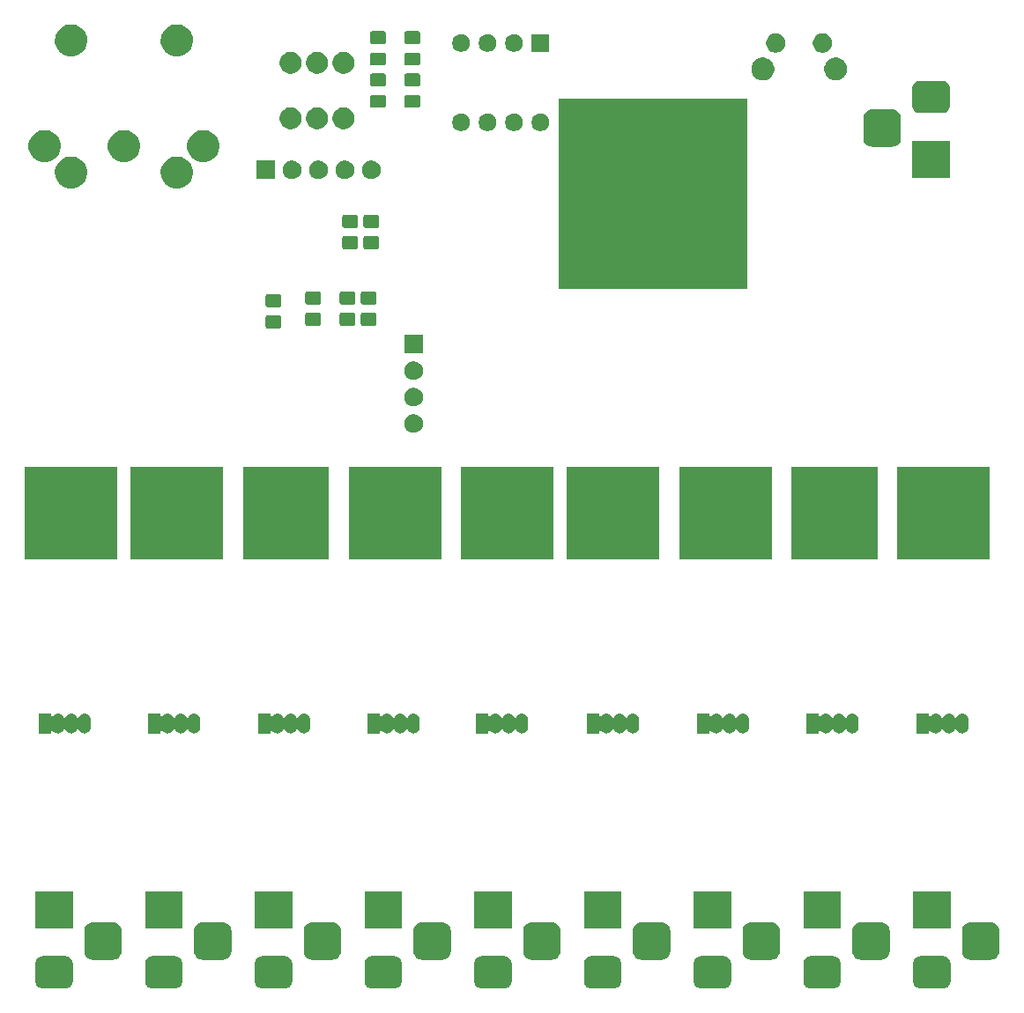
<source format=gbr>
G04 #@! TF.GenerationSoftware,KiCad,Pcbnew,(5.1.5-0-10_14)*
G04 #@! TF.CreationDate,2020-03-02T11:23:44+00:00*
G04 #@! TF.ProjectId,MidiLedController,4d696469-4c65-4644-936f-6e74726f6c6c,C*
G04 #@! TF.SameCoordinates,Original*
G04 #@! TF.FileFunction,Soldermask,Bot*
G04 #@! TF.FilePolarity,Negative*
%FSLAX46Y46*%
G04 Gerber Fmt 4.6, Leading zero omitted, Abs format (unit mm)*
G04 Created by KiCad (PCBNEW (5.1.5-0-10_14)) date 2020-03-02 11:23:44*
%MOMM*%
%LPD*%
G04 APERTURE LIST*
%ADD10C,0.100000*%
G04 APERTURE END LIST*
D10*
G36*
X186138979Y-134003293D02*
G01*
X186272625Y-134043834D01*
X186395784Y-134109664D01*
X186503740Y-134198260D01*
X186592336Y-134306216D01*
X186658166Y-134429375D01*
X186698707Y-134563021D01*
X186713000Y-134708140D01*
X186713000Y-136371860D01*
X186698707Y-136516979D01*
X186658166Y-136650625D01*
X186592336Y-136773784D01*
X186503740Y-136881740D01*
X186395784Y-136970336D01*
X186272625Y-137036166D01*
X186138979Y-137076707D01*
X185993860Y-137091000D01*
X183830140Y-137091000D01*
X183685021Y-137076707D01*
X183551375Y-137036166D01*
X183428216Y-136970336D01*
X183320260Y-136881740D01*
X183231664Y-136773784D01*
X183165834Y-136650625D01*
X183125293Y-136516979D01*
X183111000Y-136371860D01*
X183111000Y-134708140D01*
X183125293Y-134563021D01*
X183165834Y-134429375D01*
X183231664Y-134306216D01*
X183320260Y-134198260D01*
X183428216Y-134109664D01*
X183551375Y-134043834D01*
X183685021Y-134003293D01*
X183830140Y-133989000D01*
X185993860Y-133989000D01*
X186138979Y-134003293D01*
G37*
G36*
X175597979Y-134003293D02*
G01*
X175731625Y-134043834D01*
X175854784Y-134109664D01*
X175962740Y-134198260D01*
X176051336Y-134306216D01*
X176117166Y-134429375D01*
X176157707Y-134563021D01*
X176172000Y-134708140D01*
X176172000Y-136371860D01*
X176157707Y-136516979D01*
X176117166Y-136650625D01*
X176051336Y-136773784D01*
X175962740Y-136881740D01*
X175854784Y-136970336D01*
X175731625Y-137036166D01*
X175597979Y-137076707D01*
X175452860Y-137091000D01*
X173289140Y-137091000D01*
X173144021Y-137076707D01*
X173010375Y-137036166D01*
X172887216Y-136970336D01*
X172779260Y-136881740D01*
X172690664Y-136773784D01*
X172624834Y-136650625D01*
X172584293Y-136516979D01*
X172570000Y-136371860D01*
X172570000Y-134708140D01*
X172584293Y-134563021D01*
X172624834Y-134429375D01*
X172690664Y-134306216D01*
X172779260Y-134198260D01*
X172887216Y-134109664D01*
X173010375Y-134043834D01*
X173144021Y-134003293D01*
X173289140Y-133989000D01*
X175452860Y-133989000D01*
X175597979Y-134003293D01*
G37*
G36*
X165056979Y-134003293D02*
G01*
X165190625Y-134043834D01*
X165313784Y-134109664D01*
X165421740Y-134198260D01*
X165510336Y-134306216D01*
X165576166Y-134429375D01*
X165616707Y-134563021D01*
X165631000Y-134708140D01*
X165631000Y-136371860D01*
X165616707Y-136516979D01*
X165576166Y-136650625D01*
X165510336Y-136773784D01*
X165421740Y-136881740D01*
X165313784Y-136970336D01*
X165190625Y-137036166D01*
X165056979Y-137076707D01*
X164911860Y-137091000D01*
X162748140Y-137091000D01*
X162603021Y-137076707D01*
X162469375Y-137036166D01*
X162346216Y-136970336D01*
X162238260Y-136881740D01*
X162149664Y-136773784D01*
X162083834Y-136650625D01*
X162043293Y-136516979D01*
X162029000Y-136371860D01*
X162029000Y-134708140D01*
X162043293Y-134563021D01*
X162083834Y-134429375D01*
X162149664Y-134306216D01*
X162238260Y-134198260D01*
X162346216Y-134109664D01*
X162469375Y-134043834D01*
X162603021Y-134003293D01*
X162748140Y-133989000D01*
X164911860Y-133989000D01*
X165056979Y-134003293D01*
G37*
G36*
X154515979Y-134003293D02*
G01*
X154649625Y-134043834D01*
X154772784Y-134109664D01*
X154880740Y-134198260D01*
X154969336Y-134306216D01*
X155035166Y-134429375D01*
X155075707Y-134563021D01*
X155090000Y-134708140D01*
X155090000Y-136371860D01*
X155075707Y-136516979D01*
X155035166Y-136650625D01*
X154969336Y-136773784D01*
X154880740Y-136881740D01*
X154772784Y-136970336D01*
X154649625Y-137036166D01*
X154515979Y-137076707D01*
X154370860Y-137091000D01*
X152207140Y-137091000D01*
X152062021Y-137076707D01*
X151928375Y-137036166D01*
X151805216Y-136970336D01*
X151697260Y-136881740D01*
X151608664Y-136773784D01*
X151542834Y-136650625D01*
X151502293Y-136516979D01*
X151488000Y-136371860D01*
X151488000Y-134708140D01*
X151502293Y-134563021D01*
X151542834Y-134429375D01*
X151608664Y-134306216D01*
X151697260Y-134198260D01*
X151805216Y-134109664D01*
X151928375Y-134043834D01*
X152062021Y-134003293D01*
X152207140Y-133989000D01*
X154370860Y-133989000D01*
X154515979Y-134003293D01*
G37*
G36*
X143974979Y-134003293D02*
G01*
X144108625Y-134043834D01*
X144231784Y-134109664D01*
X144339740Y-134198260D01*
X144428336Y-134306216D01*
X144494166Y-134429375D01*
X144534707Y-134563021D01*
X144549000Y-134708140D01*
X144549000Y-136371860D01*
X144534707Y-136516979D01*
X144494166Y-136650625D01*
X144428336Y-136773784D01*
X144339740Y-136881740D01*
X144231784Y-136970336D01*
X144108625Y-137036166D01*
X143974979Y-137076707D01*
X143829860Y-137091000D01*
X141666140Y-137091000D01*
X141521021Y-137076707D01*
X141387375Y-137036166D01*
X141264216Y-136970336D01*
X141156260Y-136881740D01*
X141067664Y-136773784D01*
X141001834Y-136650625D01*
X140961293Y-136516979D01*
X140947000Y-136371860D01*
X140947000Y-134708140D01*
X140961293Y-134563021D01*
X141001834Y-134429375D01*
X141067664Y-134306216D01*
X141156260Y-134198260D01*
X141264216Y-134109664D01*
X141387375Y-134043834D01*
X141521021Y-134003293D01*
X141666140Y-133989000D01*
X143829860Y-133989000D01*
X143974979Y-134003293D01*
G37*
G36*
X133433979Y-134003293D02*
G01*
X133567625Y-134043834D01*
X133690784Y-134109664D01*
X133798740Y-134198260D01*
X133887336Y-134306216D01*
X133953166Y-134429375D01*
X133993707Y-134563021D01*
X134008000Y-134708140D01*
X134008000Y-136371860D01*
X133993707Y-136516979D01*
X133953166Y-136650625D01*
X133887336Y-136773784D01*
X133798740Y-136881740D01*
X133690784Y-136970336D01*
X133567625Y-137036166D01*
X133433979Y-137076707D01*
X133288860Y-137091000D01*
X131125140Y-137091000D01*
X130980021Y-137076707D01*
X130846375Y-137036166D01*
X130723216Y-136970336D01*
X130615260Y-136881740D01*
X130526664Y-136773784D01*
X130460834Y-136650625D01*
X130420293Y-136516979D01*
X130406000Y-136371860D01*
X130406000Y-134708140D01*
X130420293Y-134563021D01*
X130460834Y-134429375D01*
X130526664Y-134306216D01*
X130615260Y-134198260D01*
X130723216Y-134109664D01*
X130846375Y-134043834D01*
X130980021Y-134003293D01*
X131125140Y-133989000D01*
X133288860Y-133989000D01*
X133433979Y-134003293D01*
G37*
G36*
X122892979Y-134003293D02*
G01*
X123026625Y-134043834D01*
X123149784Y-134109664D01*
X123257740Y-134198260D01*
X123346336Y-134306216D01*
X123412166Y-134429375D01*
X123452707Y-134563021D01*
X123467000Y-134708140D01*
X123467000Y-136371860D01*
X123452707Y-136516979D01*
X123412166Y-136650625D01*
X123346336Y-136773784D01*
X123257740Y-136881740D01*
X123149784Y-136970336D01*
X123026625Y-137036166D01*
X122892979Y-137076707D01*
X122747860Y-137091000D01*
X120584140Y-137091000D01*
X120439021Y-137076707D01*
X120305375Y-137036166D01*
X120182216Y-136970336D01*
X120074260Y-136881740D01*
X119985664Y-136773784D01*
X119919834Y-136650625D01*
X119879293Y-136516979D01*
X119865000Y-136371860D01*
X119865000Y-134708140D01*
X119879293Y-134563021D01*
X119919834Y-134429375D01*
X119985664Y-134306216D01*
X120074260Y-134198260D01*
X120182216Y-134109664D01*
X120305375Y-134043834D01*
X120439021Y-134003293D01*
X120584140Y-133989000D01*
X122747860Y-133989000D01*
X122892979Y-134003293D01*
G37*
G36*
X112351979Y-134003293D02*
G01*
X112485625Y-134043834D01*
X112608784Y-134109664D01*
X112716740Y-134198260D01*
X112805336Y-134306216D01*
X112871166Y-134429375D01*
X112911707Y-134563021D01*
X112926000Y-134708140D01*
X112926000Y-136371860D01*
X112911707Y-136516979D01*
X112871166Y-136650625D01*
X112805336Y-136773784D01*
X112716740Y-136881740D01*
X112608784Y-136970336D01*
X112485625Y-137036166D01*
X112351979Y-137076707D01*
X112206860Y-137091000D01*
X110043140Y-137091000D01*
X109898021Y-137076707D01*
X109764375Y-137036166D01*
X109641216Y-136970336D01*
X109533260Y-136881740D01*
X109444664Y-136773784D01*
X109378834Y-136650625D01*
X109338293Y-136516979D01*
X109324000Y-136371860D01*
X109324000Y-134708140D01*
X109338293Y-134563021D01*
X109378834Y-134429375D01*
X109444664Y-134306216D01*
X109533260Y-134198260D01*
X109641216Y-134109664D01*
X109764375Y-134043834D01*
X109898021Y-134003293D01*
X110043140Y-133989000D01*
X112206860Y-133989000D01*
X112351979Y-134003293D01*
G37*
G36*
X101810979Y-134003293D02*
G01*
X101944625Y-134043834D01*
X102067784Y-134109664D01*
X102175740Y-134198260D01*
X102264336Y-134306216D01*
X102330166Y-134429375D01*
X102370707Y-134563021D01*
X102385000Y-134708140D01*
X102385000Y-136371860D01*
X102370707Y-136516979D01*
X102330166Y-136650625D01*
X102264336Y-136773784D01*
X102175740Y-136881740D01*
X102067784Y-136970336D01*
X101944625Y-137036166D01*
X101810979Y-137076707D01*
X101665860Y-137091000D01*
X99502140Y-137091000D01*
X99357021Y-137076707D01*
X99223375Y-137036166D01*
X99100216Y-136970336D01*
X98992260Y-136881740D01*
X98903664Y-136773784D01*
X98837834Y-136650625D01*
X98797293Y-136516979D01*
X98783000Y-136371860D01*
X98783000Y-134708140D01*
X98797293Y-134563021D01*
X98837834Y-134429375D01*
X98903664Y-134306216D01*
X98992260Y-134198260D01*
X99100216Y-134109664D01*
X99223375Y-134043834D01*
X99357021Y-134003293D01*
X99502140Y-133989000D01*
X101665860Y-133989000D01*
X101810979Y-134003293D01*
G37*
G36*
X190738366Y-130755695D02*
G01*
X190895460Y-130803349D01*
X191040231Y-130880731D01*
X191167128Y-130984872D01*
X191271269Y-131111769D01*
X191348651Y-131256540D01*
X191396305Y-131413634D01*
X191413000Y-131583140D01*
X191413000Y-133496860D01*
X191396305Y-133666366D01*
X191348651Y-133823460D01*
X191271269Y-133968231D01*
X191167128Y-134095128D01*
X191040231Y-134199269D01*
X190895460Y-134276651D01*
X190738366Y-134324305D01*
X190568860Y-134341000D01*
X188655140Y-134341000D01*
X188485634Y-134324305D01*
X188328540Y-134276651D01*
X188183769Y-134199269D01*
X188056872Y-134095128D01*
X187952731Y-133968231D01*
X187875349Y-133823460D01*
X187827695Y-133666366D01*
X187811000Y-133496860D01*
X187811000Y-131583140D01*
X187827695Y-131413634D01*
X187875349Y-131256540D01*
X187952731Y-131111769D01*
X188056872Y-130984872D01*
X188183769Y-130880731D01*
X188328540Y-130803349D01*
X188485634Y-130755695D01*
X188655140Y-130739000D01*
X190568860Y-130739000D01*
X190738366Y-130755695D01*
G37*
G36*
X159115366Y-130755695D02*
G01*
X159272460Y-130803349D01*
X159417231Y-130880731D01*
X159544128Y-130984872D01*
X159648269Y-131111769D01*
X159725651Y-131256540D01*
X159773305Y-131413634D01*
X159790000Y-131583140D01*
X159790000Y-133496860D01*
X159773305Y-133666366D01*
X159725651Y-133823460D01*
X159648269Y-133968231D01*
X159544128Y-134095128D01*
X159417231Y-134199269D01*
X159272460Y-134276651D01*
X159115366Y-134324305D01*
X158945860Y-134341000D01*
X157032140Y-134341000D01*
X156862634Y-134324305D01*
X156705540Y-134276651D01*
X156560769Y-134199269D01*
X156433872Y-134095128D01*
X156329731Y-133968231D01*
X156252349Y-133823460D01*
X156204695Y-133666366D01*
X156188000Y-133496860D01*
X156188000Y-131583140D01*
X156204695Y-131413634D01*
X156252349Y-131256540D01*
X156329731Y-131111769D01*
X156433872Y-130984872D01*
X156560769Y-130880731D01*
X156705540Y-130803349D01*
X156862634Y-130755695D01*
X157032140Y-130739000D01*
X158945860Y-130739000D01*
X159115366Y-130755695D01*
G37*
G36*
X106410366Y-130755695D02*
G01*
X106567460Y-130803349D01*
X106712231Y-130880731D01*
X106839128Y-130984872D01*
X106943269Y-131111769D01*
X107020651Y-131256540D01*
X107068305Y-131413634D01*
X107085000Y-131583140D01*
X107085000Y-133496860D01*
X107068305Y-133666366D01*
X107020651Y-133823460D01*
X106943269Y-133968231D01*
X106839128Y-134095128D01*
X106712231Y-134199269D01*
X106567460Y-134276651D01*
X106410366Y-134324305D01*
X106240860Y-134341000D01*
X104327140Y-134341000D01*
X104157634Y-134324305D01*
X104000540Y-134276651D01*
X103855769Y-134199269D01*
X103728872Y-134095128D01*
X103624731Y-133968231D01*
X103547349Y-133823460D01*
X103499695Y-133666366D01*
X103483000Y-133496860D01*
X103483000Y-131583140D01*
X103499695Y-131413634D01*
X103547349Y-131256540D01*
X103624731Y-131111769D01*
X103728872Y-130984872D01*
X103855769Y-130880731D01*
X104000540Y-130803349D01*
X104157634Y-130755695D01*
X104327140Y-130739000D01*
X106240860Y-130739000D01*
X106410366Y-130755695D01*
G37*
G36*
X180197366Y-130755695D02*
G01*
X180354460Y-130803349D01*
X180499231Y-130880731D01*
X180626128Y-130984872D01*
X180730269Y-131111769D01*
X180807651Y-131256540D01*
X180855305Y-131413634D01*
X180872000Y-131583140D01*
X180872000Y-133496860D01*
X180855305Y-133666366D01*
X180807651Y-133823460D01*
X180730269Y-133968231D01*
X180626128Y-134095128D01*
X180499231Y-134199269D01*
X180354460Y-134276651D01*
X180197366Y-134324305D01*
X180027860Y-134341000D01*
X178114140Y-134341000D01*
X177944634Y-134324305D01*
X177787540Y-134276651D01*
X177642769Y-134199269D01*
X177515872Y-134095128D01*
X177411731Y-133968231D01*
X177334349Y-133823460D01*
X177286695Y-133666366D01*
X177270000Y-133496860D01*
X177270000Y-131583140D01*
X177286695Y-131413634D01*
X177334349Y-131256540D01*
X177411731Y-131111769D01*
X177515872Y-130984872D01*
X177642769Y-130880731D01*
X177787540Y-130803349D01*
X177944634Y-130755695D01*
X178114140Y-130739000D01*
X180027860Y-130739000D01*
X180197366Y-130755695D01*
G37*
G36*
X116951366Y-130755695D02*
G01*
X117108460Y-130803349D01*
X117253231Y-130880731D01*
X117380128Y-130984872D01*
X117484269Y-131111769D01*
X117561651Y-131256540D01*
X117609305Y-131413634D01*
X117626000Y-131583140D01*
X117626000Y-133496860D01*
X117609305Y-133666366D01*
X117561651Y-133823460D01*
X117484269Y-133968231D01*
X117380128Y-134095128D01*
X117253231Y-134199269D01*
X117108460Y-134276651D01*
X116951366Y-134324305D01*
X116781860Y-134341000D01*
X114868140Y-134341000D01*
X114698634Y-134324305D01*
X114541540Y-134276651D01*
X114396769Y-134199269D01*
X114269872Y-134095128D01*
X114165731Y-133968231D01*
X114088349Y-133823460D01*
X114040695Y-133666366D01*
X114024000Y-133496860D01*
X114024000Y-131583140D01*
X114040695Y-131413634D01*
X114088349Y-131256540D01*
X114165731Y-131111769D01*
X114269872Y-130984872D01*
X114396769Y-130880731D01*
X114541540Y-130803349D01*
X114698634Y-130755695D01*
X114868140Y-130739000D01*
X116781860Y-130739000D01*
X116951366Y-130755695D01*
G37*
G36*
X169656366Y-130755695D02*
G01*
X169813460Y-130803349D01*
X169958231Y-130880731D01*
X170085128Y-130984872D01*
X170189269Y-131111769D01*
X170266651Y-131256540D01*
X170314305Y-131413634D01*
X170331000Y-131583140D01*
X170331000Y-133496860D01*
X170314305Y-133666366D01*
X170266651Y-133823460D01*
X170189269Y-133968231D01*
X170085128Y-134095128D01*
X169958231Y-134199269D01*
X169813460Y-134276651D01*
X169656366Y-134324305D01*
X169486860Y-134341000D01*
X167573140Y-134341000D01*
X167403634Y-134324305D01*
X167246540Y-134276651D01*
X167101769Y-134199269D01*
X166974872Y-134095128D01*
X166870731Y-133968231D01*
X166793349Y-133823460D01*
X166745695Y-133666366D01*
X166729000Y-133496860D01*
X166729000Y-131583140D01*
X166745695Y-131413634D01*
X166793349Y-131256540D01*
X166870731Y-131111769D01*
X166974872Y-130984872D01*
X167101769Y-130880731D01*
X167246540Y-130803349D01*
X167403634Y-130755695D01*
X167573140Y-130739000D01*
X169486860Y-130739000D01*
X169656366Y-130755695D01*
G37*
G36*
X127492366Y-130755695D02*
G01*
X127649460Y-130803349D01*
X127794231Y-130880731D01*
X127921128Y-130984872D01*
X128025269Y-131111769D01*
X128102651Y-131256540D01*
X128150305Y-131413634D01*
X128167000Y-131583140D01*
X128167000Y-133496860D01*
X128150305Y-133666366D01*
X128102651Y-133823460D01*
X128025269Y-133968231D01*
X127921128Y-134095128D01*
X127794231Y-134199269D01*
X127649460Y-134276651D01*
X127492366Y-134324305D01*
X127322860Y-134341000D01*
X125409140Y-134341000D01*
X125239634Y-134324305D01*
X125082540Y-134276651D01*
X124937769Y-134199269D01*
X124810872Y-134095128D01*
X124706731Y-133968231D01*
X124629349Y-133823460D01*
X124581695Y-133666366D01*
X124565000Y-133496860D01*
X124565000Y-131583140D01*
X124581695Y-131413634D01*
X124629349Y-131256540D01*
X124706731Y-131111769D01*
X124810872Y-130984872D01*
X124937769Y-130880731D01*
X125082540Y-130803349D01*
X125239634Y-130755695D01*
X125409140Y-130739000D01*
X127322860Y-130739000D01*
X127492366Y-130755695D01*
G37*
G36*
X138033366Y-130755695D02*
G01*
X138190460Y-130803349D01*
X138335231Y-130880731D01*
X138462128Y-130984872D01*
X138566269Y-131111769D01*
X138643651Y-131256540D01*
X138691305Y-131413634D01*
X138708000Y-131583140D01*
X138708000Y-133496860D01*
X138691305Y-133666366D01*
X138643651Y-133823460D01*
X138566269Y-133968231D01*
X138462128Y-134095128D01*
X138335231Y-134199269D01*
X138190460Y-134276651D01*
X138033366Y-134324305D01*
X137863860Y-134341000D01*
X135950140Y-134341000D01*
X135780634Y-134324305D01*
X135623540Y-134276651D01*
X135478769Y-134199269D01*
X135351872Y-134095128D01*
X135247731Y-133968231D01*
X135170349Y-133823460D01*
X135122695Y-133666366D01*
X135106000Y-133496860D01*
X135106000Y-131583140D01*
X135122695Y-131413634D01*
X135170349Y-131256540D01*
X135247731Y-131111769D01*
X135351872Y-130984872D01*
X135478769Y-130880731D01*
X135623540Y-130803349D01*
X135780634Y-130755695D01*
X135950140Y-130739000D01*
X137863860Y-130739000D01*
X138033366Y-130755695D01*
G37*
G36*
X148574366Y-130755695D02*
G01*
X148731460Y-130803349D01*
X148876231Y-130880731D01*
X149003128Y-130984872D01*
X149107269Y-131111769D01*
X149184651Y-131256540D01*
X149232305Y-131413634D01*
X149249000Y-131583140D01*
X149249000Y-133496860D01*
X149232305Y-133666366D01*
X149184651Y-133823460D01*
X149107269Y-133968231D01*
X149003128Y-134095128D01*
X148876231Y-134199269D01*
X148731460Y-134276651D01*
X148574366Y-134324305D01*
X148404860Y-134341000D01*
X146491140Y-134341000D01*
X146321634Y-134324305D01*
X146164540Y-134276651D01*
X146019769Y-134199269D01*
X145892872Y-134095128D01*
X145788731Y-133968231D01*
X145711349Y-133823460D01*
X145663695Y-133666366D01*
X145647000Y-133496860D01*
X145647000Y-131583140D01*
X145663695Y-131413634D01*
X145711349Y-131256540D01*
X145788731Y-131111769D01*
X145892872Y-130984872D01*
X146019769Y-130880731D01*
X146164540Y-130803349D01*
X146321634Y-130755695D01*
X146491140Y-130739000D01*
X148404860Y-130739000D01*
X148574366Y-130755695D01*
G37*
G36*
X176172000Y-131341000D02*
G01*
X172570000Y-131341000D01*
X172570000Y-127739000D01*
X176172000Y-127739000D01*
X176172000Y-131341000D01*
G37*
G36*
X165631000Y-131341000D02*
G01*
X162029000Y-131341000D01*
X162029000Y-127739000D01*
X165631000Y-127739000D01*
X165631000Y-131341000D01*
G37*
G36*
X155090000Y-131341000D02*
G01*
X151488000Y-131341000D01*
X151488000Y-127739000D01*
X155090000Y-127739000D01*
X155090000Y-131341000D01*
G37*
G36*
X186713000Y-131341000D02*
G01*
X183111000Y-131341000D01*
X183111000Y-127739000D01*
X186713000Y-127739000D01*
X186713000Y-131341000D01*
G37*
G36*
X144549000Y-131341000D02*
G01*
X140947000Y-131341000D01*
X140947000Y-127739000D01*
X144549000Y-127739000D01*
X144549000Y-131341000D01*
G37*
G36*
X102385000Y-131341000D02*
G01*
X98783000Y-131341000D01*
X98783000Y-127739000D01*
X102385000Y-127739000D01*
X102385000Y-131341000D01*
G37*
G36*
X134008000Y-131341000D02*
G01*
X130406000Y-131341000D01*
X130406000Y-127739000D01*
X134008000Y-127739000D01*
X134008000Y-131341000D01*
G37*
G36*
X112926000Y-131341000D02*
G01*
X109324000Y-131341000D01*
X109324000Y-127739000D01*
X112926000Y-127739000D01*
X112926000Y-131341000D01*
G37*
G36*
X123467000Y-131341000D02*
G01*
X119865000Y-131341000D01*
X119865000Y-127739000D01*
X123467000Y-127739000D01*
X123467000Y-131341000D01*
G37*
G36*
X177406875Y-110690479D02*
G01*
X177480516Y-110712818D01*
X177517337Y-110723987D01*
X177619139Y-110778402D01*
X177676227Y-110825253D01*
X177708369Y-110851631D01*
X177781598Y-110940861D01*
X177781599Y-110940863D01*
X177836013Y-111042662D01*
X177836524Y-111044347D01*
X177869521Y-111153124D01*
X177878000Y-111239215D01*
X177878000Y-112026785D01*
X177869521Y-112112876D01*
X177847182Y-112186517D01*
X177836013Y-112223338D01*
X177781598Y-112325140D01*
X177708370Y-112414370D01*
X177619140Y-112487598D01*
X177517338Y-112542013D01*
X177480517Y-112553182D01*
X177406876Y-112575521D01*
X177292000Y-112586835D01*
X177177125Y-112575521D01*
X177103484Y-112553182D01*
X177066663Y-112542013D01*
X176964861Y-112487598D01*
X176875631Y-112414370D01*
X176802402Y-112325138D01*
X176767240Y-112259355D01*
X176753627Y-112238980D01*
X176736300Y-112221653D01*
X176715925Y-112208040D01*
X176693286Y-112198662D01*
X176669253Y-112193882D01*
X176644749Y-112193882D01*
X176620716Y-112198662D01*
X176598077Y-112208040D01*
X176577702Y-112221653D01*
X176560375Y-112238980D01*
X176546762Y-112259354D01*
X176511598Y-112325140D01*
X176438370Y-112414370D01*
X176349140Y-112487598D01*
X176247338Y-112542013D01*
X176210517Y-112553182D01*
X176136876Y-112575521D01*
X176022000Y-112586835D01*
X175907125Y-112575521D01*
X175833484Y-112553182D01*
X175796663Y-112542013D01*
X175694861Y-112487598D01*
X175605631Y-112414370D01*
X175532402Y-112325138D01*
X175497240Y-112259355D01*
X175483627Y-112238980D01*
X175466300Y-112221653D01*
X175445925Y-112208040D01*
X175423286Y-112198662D01*
X175399253Y-112193882D01*
X175374749Y-112193882D01*
X175350716Y-112198662D01*
X175328077Y-112208040D01*
X175307702Y-112221653D01*
X175290375Y-112238980D01*
X175276762Y-112259354D01*
X175241598Y-112325140D01*
X175168370Y-112414370D01*
X175079140Y-112487598D01*
X174977338Y-112542013D01*
X174940517Y-112553182D01*
X174866876Y-112575521D01*
X174752000Y-112586835D01*
X174637125Y-112575521D01*
X174563484Y-112553182D01*
X174526663Y-112542013D01*
X174424861Y-112487598D01*
X174335631Y-112414370D01*
X174289625Y-112358310D01*
X174272298Y-112340983D01*
X174251924Y-112327369D01*
X174229285Y-112317992D01*
X174205252Y-112313211D01*
X174180748Y-112313211D01*
X174156714Y-112317991D01*
X174134076Y-112327368D01*
X174113701Y-112340982D01*
X174096374Y-112358309D01*
X174082760Y-112378683D01*
X174073383Y-112401322D01*
X174068602Y-112425355D01*
X174068000Y-112437608D01*
X174068000Y-112584000D01*
X172896000Y-112584000D01*
X172896000Y-110682000D01*
X174068000Y-110682000D01*
X174068000Y-110828392D01*
X174070402Y-110852778D01*
X174077515Y-110876227D01*
X174089066Y-110897838D01*
X174104611Y-110916780D01*
X174123553Y-110932325D01*
X174145164Y-110943876D01*
X174168613Y-110950989D01*
X174192999Y-110953391D01*
X174217385Y-110950989D01*
X174240834Y-110943876D01*
X174262445Y-110932325D01*
X174281387Y-110916780D01*
X174289625Y-110907690D01*
X174335629Y-110851634D01*
X174335631Y-110851631D01*
X174424861Y-110778402D01*
X174436507Y-110772177D01*
X174526662Y-110723987D01*
X174563483Y-110712818D01*
X174637124Y-110690479D01*
X174752000Y-110679165D01*
X174866875Y-110690479D01*
X174940516Y-110712818D01*
X174977337Y-110723987D01*
X175079139Y-110778402D01*
X175136227Y-110825253D01*
X175168369Y-110851631D01*
X175241598Y-110940861D01*
X175241601Y-110940865D01*
X175276761Y-111006645D01*
X175290374Y-111027020D01*
X175307701Y-111044347D01*
X175328076Y-111057960D01*
X175350715Y-111067338D01*
X175374748Y-111072118D01*
X175399252Y-111072118D01*
X175423285Y-111067338D01*
X175445924Y-111057960D01*
X175466299Y-111044347D01*
X175483626Y-111027020D01*
X175497239Y-111006646D01*
X175532402Y-110940861D01*
X175605629Y-110851634D01*
X175605631Y-110851631D01*
X175694861Y-110778402D01*
X175706507Y-110772177D01*
X175796662Y-110723987D01*
X175833483Y-110712818D01*
X175907124Y-110690479D01*
X176022000Y-110679165D01*
X176136875Y-110690479D01*
X176210516Y-110712818D01*
X176247337Y-110723987D01*
X176349139Y-110778402D01*
X176406227Y-110825253D01*
X176438369Y-110851631D01*
X176511598Y-110940861D01*
X176511601Y-110940865D01*
X176546761Y-111006645D01*
X176560374Y-111027020D01*
X176577701Y-111044347D01*
X176598076Y-111057960D01*
X176620715Y-111067338D01*
X176644748Y-111072118D01*
X176669252Y-111072118D01*
X176693285Y-111067338D01*
X176715924Y-111057960D01*
X176736299Y-111044347D01*
X176753626Y-111027020D01*
X176767239Y-111006646D01*
X176802402Y-110940861D01*
X176875629Y-110851634D01*
X176875631Y-110851631D01*
X176964861Y-110778402D01*
X176976507Y-110772177D01*
X177066662Y-110723987D01*
X177103483Y-110712818D01*
X177177124Y-110690479D01*
X177292000Y-110679165D01*
X177406875Y-110690479D01*
G37*
G36*
X187947875Y-110690479D02*
G01*
X188021516Y-110712818D01*
X188058337Y-110723987D01*
X188160139Y-110778402D01*
X188217227Y-110825253D01*
X188249369Y-110851631D01*
X188322598Y-110940861D01*
X188322599Y-110940863D01*
X188377013Y-111042662D01*
X188377524Y-111044347D01*
X188410521Y-111153124D01*
X188419000Y-111239215D01*
X188419000Y-112026785D01*
X188410521Y-112112876D01*
X188388182Y-112186517D01*
X188377013Y-112223338D01*
X188322598Y-112325140D01*
X188249370Y-112414370D01*
X188160140Y-112487598D01*
X188058338Y-112542013D01*
X188021517Y-112553182D01*
X187947876Y-112575521D01*
X187833000Y-112586835D01*
X187718125Y-112575521D01*
X187644484Y-112553182D01*
X187607663Y-112542013D01*
X187505861Y-112487598D01*
X187416631Y-112414370D01*
X187343402Y-112325138D01*
X187308240Y-112259355D01*
X187294627Y-112238980D01*
X187277300Y-112221653D01*
X187256925Y-112208040D01*
X187234286Y-112198662D01*
X187210253Y-112193882D01*
X187185749Y-112193882D01*
X187161716Y-112198662D01*
X187139077Y-112208040D01*
X187118702Y-112221653D01*
X187101375Y-112238980D01*
X187087762Y-112259354D01*
X187052598Y-112325140D01*
X186979370Y-112414370D01*
X186890140Y-112487598D01*
X186788338Y-112542013D01*
X186751517Y-112553182D01*
X186677876Y-112575521D01*
X186563000Y-112586835D01*
X186448125Y-112575521D01*
X186374484Y-112553182D01*
X186337663Y-112542013D01*
X186235861Y-112487598D01*
X186146631Y-112414370D01*
X186073402Y-112325138D01*
X186038240Y-112259355D01*
X186024627Y-112238980D01*
X186007300Y-112221653D01*
X185986925Y-112208040D01*
X185964286Y-112198662D01*
X185940253Y-112193882D01*
X185915749Y-112193882D01*
X185891716Y-112198662D01*
X185869077Y-112208040D01*
X185848702Y-112221653D01*
X185831375Y-112238980D01*
X185817762Y-112259354D01*
X185782598Y-112325140D01*
X185709370Y-112414370D01*
X185620140Y-112487598D01*
X185518338Y-112542013D01*
X185481517Y-112553182D01*
X185407876Y-112575521D01*
X185293000Y-112586835D01*
X185178125Y-112575521D01*
X185104484Y-112553182D01*
X185067663Y-112542013D01*
X184965861Y-112487598D01*
X184876631Y-112414370D01*
X184830625Y-112358310D01*
X184813298Y-112340983D01*
X184792924Y-112327369D01*
X184770285Y-112317992D01*
X184746252Y-112313211D01*
X184721748Y-112313211D01*
X184697714Y-112317991D01*
X184675076Y-112327368D01*
X184654701Y-112340982D01*
X184637374Y-112358309D01*
X184623760Y-112378683D01*
X184614383Y-112401322D01*
X184609602Y-112425355D01*
X184609000Y-112437608D01*
X184609000Y-112584000D01*
X183437000Y-112584000D01*
X183437000Y-110682000D01*
X184609000Y-110682000D01*
X184609000Y-110828392D01*
X184611402Y-110852778D01*
X184618515Y-110876227D01*
X184630066Y-110897838D01*
X184645611Y-110916780D01*
X184664553Y-110932325D01*
X184686164Y-110943876D01*
X184709613Y-110950989D01*
X184733999Y-110953391D01*
X184758385Y-110950989D01*
X184781834Y-110943876D01*
X184803445Y-110932325D01*
X184822387Y-110916780D01*
X184830625Y-110907690D01*
X184876629Y-110851634D01*
X184876631Y-110851631D01*
X184965861Y-110778402D01*
X184977507Y-110772177D01*
X185067662Y-110723987D01*
X185104483Y-110712818D01*
X185178124Y-110690479D01*
X185293000Y-110679165D01*
X185407875Y-110690479D01*
X185481516Y-110712818D01*
X185518337Y-110723987D01*
X185620139Y-110778402D01*
X185677227Y-110825253D01*
X185709369Y-110851631D01*
X185782598Y-110940861D01*
X185782601Y-110940865D01*
X185817761Y-111006645D01*
X185831374Y-111027020D01*
X185848701Y-111044347D01*
X185869076Y-111057960D01*
X185891715Y-111067338D01*
X185915748Y-111072118D01*
X185940252Y-111072118D01*
X185964285Y-111067338D01*
X185986924Y-111057960D01*
X186007299Y-111044347D01*
X186024626Y-111027020D01*
X186038239Y-111006646D01*
X186073402Y-110940861D01*
X186146629Y-110851634D01*
X186146631Y-110851631D01*
X186235861Y-110778402D01*
X186247507Y-110772177D01*
X186337662Y-110723987D01*
X186374483Y-110712818D01*
X186448124Y-110690479D01*
X186563000Y-110679165D01*
X186677875Y-110690479D01*
X186751516Y-110712818D01*
X186788337Y-110723987D01*
X186890139Y-110778402D01*
X186947227Y-110825253D01*
X186979369Y-110851631D01*
X187052598Y-110940861D01*
X187052601Y-110940865D01*
X187087761Y-111006645D01*
X187101374Y-111027020D01*
X187118701Y-111044347D01*
X187139076Y-111057960D01*
X187161715Y-111067338D01*
X187185748Y-111072118D01*
X187210252Y-111072118D01*
X187234285Y-111067338D01*
X187256924Y-111057960D01*
X187277299Y-111044347D01*
X187294626Y-111027020D01*
X187308239Y-111006646D01*
X187343402Y-110940861D01*
X187416629Y-110851634D01*
X187416631Y-110851631D01*
X187505861Y-110778402D01*
X187517507Y-110772177D01*
X187607662Y-110723987D01*
X187644483Y-110712818D01*
X187718124Y-110690479D01*
X187833000Y-110679165D01*
X187947875Y-110690479D01*
G37*
G36*
X114160875Y-110690479D02*
G01*
X114234516Y-110712818D01*
X114271337Y-110723987D01*
X114373139Y-110778402D01*
X114430227Y-110825253D01*
X114462369Y-110851631D01*
X114535598Y-110940861D01*
X114535599Y-110940863D01*
X114590013Y-111042662D01*
X114590524Y-111044347D01*
X114623521Y-111153124D01*
X114632000Y-111239215D01*
X114632000Y-112026785D01*
X114623521Y-112112876D01*
X114601182Y-112186517D01*
X114590013Y-112223338D01*
X114535598Y-112325140D01*
X114462370Y-112414370D01*
X114373140Y-112487598D01*
X114271338Y-112542013D01*
X114234517Y-112553182D01*
X114160876Y-112575521D01*
X114046000Y-112586835D01*
X113931125Y-112575521D01*
X113857484Y-112553182D01*
X113820663Y-112542013D01*
X113718861Y-112487598D01*
X113629631Y-112414370D01*
X113556402Y-112325138D01*
X113521240Y-112259355D01*
X113507627Y-112238980D01*
X113490300Y-112221653D01*
X113469925Y-112208040D01*
X113447286Y-112198662D01*
X113423253Y-112193882D01*
X113398749Y-112193882D01*
X113374716Y-112198662D01*
X113352077Y-112208040D01*
X113331702Y-112221653D01*
X113314375Y-112238980D01*
X113300762Y-112259354D01*
X113265598Y-112325140D01*
X113192370Y-112414370D01*
X113103140Y-112487598D01*
X113001338Y-112542013D01*
X112964517Y-112553182D01*
X112890876Y-112575521D01*
X112776000Y-112586835D01*
X112661125Y-112575521D01*
X112587484Y-112553182D01*
X112550663Y-112542013D01*
X112448861Y-112487598D01*
X112359631Y-112414370D01*
X112286402Y-112325138D01*
X112251240Y-112259355D01*
X112237627Y-112238980D01*
X112220300Y-112221653D01*
X112199925Y-112208040D01*
X112177286Y-112198662D01*
X112153253Y-112193882D01*
X112128749Y-112193882D01*
X112104716Y-112198662D01*
X112082077Y-112208040D01*
X112061702Y-112221653D01*
X112044375Y-112238980D01*
X112030762Y-112259354D01*
X111995598Y-112325140D01*
X111922370Y-112414370D01*
X111833140Y-112487598D01*
X111731338Y-112542013D01*
X111694517Y-112553182D01*
X111620876Y-112575521D01*
X111506000Y-112586835D01*
X111391125Y-112575521D01*
X111317484Y-112553182D01*
X111280663Y-112542013D01*
X111178861Y-112487598D01*
X111089631Y-112414370D01*
X111043625Y-112358310D01*
X111026298Y-112340983D01*
X111005924Y-112327369D01*
X110983285Y-112317992D01*
X110959252Y-112313211D01*
X110934748Y-112313211D01*
X110910714Y-112317991D01*
X110888076Y-112327368D01*
X110867701Y-112340982D01*
X110850374Y-112358309D01*
X110836760Y-112378683D01*
X110827383Y-112401322D01*
X110822602Y-112425355D01*
X110822000Y-112437608D01*
X110822000Y-112584000D01*
X109650000Y-112584000D01*
X109650000Y-110682000D01*
X110822000Y-110682000D01*
X110822000Y-110828392D01*
X110824402Y-110852778D01*
X110831515Y-110876227D01*
X110843066Y-110897838D01*
X110858611Y-110916780D01*
X110877553Y-110932325D01*
X110899164Y-110943876D01*
X110922613Y-110950989D01*
X110946999Y-110953391D01*
X110971385Y-110950989D01*
X110994834Y-110943876D01*
X111016445Y-110932325D01*
X111035387Y-110916780D01*
X111043625Y-110907690D01*
X111089629Y-110851634D01*
X111089631Y-110851631D01*
X111178861Y-110778402D01*
X111190507Y-110772177D01*
X111280662Y-110723987D01*
X111317483Y-110712818D01*
X111391124Y-110690479D01*
X111506000Y-110679165D01*
X111620875Y-110690479D01*
X111694516Y-110712818D01*
X111731337Y-110723987D01*
X111833139Y-110778402D01*
X111890227Y-110825253D01*
X111922369Y-110851631D01*
X111995598Y-110940861D01*
X111995601Y-110940865D01*
X112030761Y-111006645D01*
X112044374Y-111027020D01*
X112061701Y-111044347D01*
X112082076Y-111057960D01*
X112104715Y-111067338D01*
X112128748Y-111072118D01*
X112153252Y-111072118D01*
X112177285Y-111067338D01*
X112199924Y-111057960D01*
X112220299Y-111044347D01*
X112237626Y-111027020D01*
X112251239Y-111006646D01*
X112286402Y-110940861D01*
X112359629Y-110851634D01*
X112359631Y-110851631D01*
X112448861Y-110778402D01*
X112460507Y-110772177D01*
X112550662Y-110723987D01*
X112587483Y-110712818D01*
X112661124Y-110690479D01*
X112776000Y-110679165D01*
X112890875Y-110690479D01*
X112964516Y-110712818D01*
X113001337Y-110723987D01*
X113103139Y-110778402D01*
X113160227Y-110825253D01*
X113192369Y-110851631D01*
X113265598Y-110940861D01*
X113265601Y-110940865D01*
X113300761Y-111006645D01*
X113314374Y-111027020D01*
X113331701Y-111044347D01*
X113352076Y-111057960D01*
X113374715Y-111067338D01*
X113398748Y-111072118D01*
X113423252Y-111072118D01*
X113447285Y-111067338D01*
X113469924Y-111057960D01*
X113490299Y-111044347D01*
X113507626Y-111027020D01*
X113521239Y-111006646D01*
X113556402Y-110940861D01*
X113629629Y-110851634D01*
X113629631Y-110851631D01*
X113718861Y-110778402D01*
X113730507Y-110772177D01*
X113820662Y-110723987D01*
X113857483Y-110712818D01*
X113931124Y-110690479D01*
X114046000Y-110679165D01*
X114160875Y-110690479D01*
G37*
G36*
X145656875Y-110690479D02*
G01*
X145730516Y-110712818D01*
X145767337Y-110723987D01*
X145869139Y-110778402D01*
X145926227Y-110825253D01*
X145958369Y-110851631D01*
X146031598Y-110940861D01*
X146031599Y-110940863D01*
X146086013Y-111042662D01*
X146086524Y-111044347D01*
X146119521Y-111153124D01*
X146128000Y-111239215D01*
X146128000Y-112026785D01*
X146119521Y-112112876D01*
X146097182Y-112186517D01*
X146086013Y-112223338D01*
X146031598Y-112325140D01*
X145958370Y-112414370D01*
X145869140Y-112487598D01*
X145767338Y-112542013D01*
X145730517Y-112553182D01*
X145656876Y-112575521D01*
X145542000Y-112586835D01*
X145427125Y-112575521D01*
X145353484Y-112553182D01*
X145316663Y-112542013D01*
X145214861Y-112487598D01*
X145125631Y-112414370D01*
X145052402Y-112325138D01*
X145017240Y-112259355D01*
X145003627Y-112238980D01*
X144986300Y-112221653D01*
X144965925Y-112208040D01*
X144943286Y-112198662D01*
X144919253Y-112193882D01*
X144894749Y-112193882D01*
X144870716Y-112198662D01*
X144848077Y-112208040D01*
X144827702Y-112221653D01*
X144810375Y-112238980D01*
X144796762Y-112259354D01*
X144761598Y-112325140D01*
X144688370Y-112414370D01*
X144599140Y-112487598D01*
X144497338Y-112542013D01*
X144460517Y-112553182D01*
X144386876Y-112575521D01*
X144272000Y-112586835D01*
X144157125Y-112575521D01*
X144083484Y-112553182D01*
X144046663Y-112542013D01*
X143944861Y-112487598D01*
X143855631Y-112414370D01*
X143782402Y-112325138D01*
X143747240Y-112259355D01*
X143733627Y-112238980D01*
X143716300Y-112221653D01*
X143695925Y-112208040D01*
X143673286Y-112198662D01*
X143649253Y-112193882D01*
X143624749Y-112193882D01*
X143600716Y-112198662D01*
X143578077Y-112208040D01*
X143557702Y-112221653D01*
X143540375Y-112238980D01*
X143526762Y-112259354D01*
X143491598Y-112325140D01*
X143418370Y-112414370D01*
X143329140Y-112487598D01*
X143227338Y-112542013D01*
X143190517Y-112553182D01*
X143116876Y-112575521D01*
X143002000Y-112586835D01*
X142887125Y-112575521D01*
X142813484Y-112553182D01*
X142776663Y-112542013D01*
X142674861Y-112487598D01*
X142585631Y-112414370D01*
X142539625Y-112358310D01*
X142522298Y-112340983D01*
X142501924Y-112327369D01*
X142479285Y-112317992D01*
X142455252Y-112313211D01*
X142430748Y-112313211D01*
X142406714Y-112317991D01*
X142384076Y-112327368D01*
X142363701Y-112340982D01*
X142346374Y-112358309D01*
X142332760Y-112378683D01*
X142323383Y-112401322D01*
X142318602Y-112425355D01*
X142318000Y-112437608D01*
X142318000Y-112584000D01*
X141146000Y-112584000D01*
X141146000Y-110682000D01*
X142318000Y-110682000D01*
X142318000Y-110828392D01*
X142320402Y-110852778D01*
X142327515Y-110876227D01*
X142339066Y-110897838D01*
X142354611Y-110916780D01*
X142373553Y-110932325D01*
X142395164Y-110943876D01*
X142418613Y-110950989D01*
X142442999Y-110953391D01*
X142467385Y-110950989D01*
X142490834Y-110943876D01*
X142512445Y-110932325D01*
X142531387Y-110916780D01*
X142539625Y-110907690D01*
X142585629Y-110851634D01*
X142585631Y-110851631D01*
X142674861Y-110778402D01*
X142686507Y-110772177D01*
X142776662Y-110723987D01*
X142813483Y-110712818D01*
X142887124Y-110690479D01*
X143002000Y-110679165D01*
X143116875Y-110690479D01*
X143190516Y-110712818D01*
X143227337Y-110723987D01*
X143329139Y-110778402D01*
X143386227Y-110825253D01*
X143418369Y-110851631D01*
X143491598Y-110940861D01*
X143491601Y-110940865D01*
X143526761Y-111006645D01*
X143540374Y-111027020D01*
X143557701Y-111044347D01*
X143578076Y-111057960D01*
X143600715Y-111067338D01*
X143624748Y-111072118D01*
X143649252Y-111072118D01*
X143673285Y-111067338D01*
X143695924Y-111057960D01*
X143716299Y-111044347D01*
X143733626Y-111027020D01*
X143747239Y-111006646D01*
X143782402Y-110940861D01*
X143855629Y-110851634D01*
X143855631Y-110851631D01*
X143944861Y-110778402D01*
X143956507Y-110772177D01*
X144046662Y-110723987D01*
X144083483Y-110712818D01*
X144157124Y-110690479D01*
X144272000Y-110679165D01*
X144386875Y-110690479D01*
X144460516Y-110712818D01*
X144497337Y-110723987D01*
X144599139Y-110778402D01*
X144656227Y-110825253D01*
X144688369Y-110851631D01*
X144761598Y-110940861D01*
X144761601Y-110940865D01*
X144796761Y-111006645D01*
X144810374Y-111027020D01*
X144827701Y-111044347D01*
X144848076Y-111057960D01*
X144870715Y-111067338D01*
X144894748Y-111072118D01*
X144919252Y-111072118D01*
X144943285Y-111067338D01*
X144965924Y-111057960D01*
X144986299Y-111044347D01*
X145003626Y-111027020D01*
X145017239Y-111006646D01*
X145052402Y-110940861D01*
X145125629Y-110851634D01*
X145125631Y-110851631D01*
X145214861Y-110778402D01*
X145226507Y-110772177D01*
X145316662Y-110723987D01*
X145353483Y-110712818D01*
X145427124Y-110690479D01*
X145542000Y-110679165D01*
X145656875Y-110690479D01*
G37*
G36*
X166865875Y-110690479D02*
G01*
X166939516Y-110712818D01*
X166976337Y-110723987D01*
X167078139Y-110778402D01*
X167135227Y-110825253D01*
X167167369Y-110851631D01*
X167240598Y-110940861D01*
X167240599Y-110940863D01*
X167295013Y-111042662D01*
X167295524Y-111044347D01*
X167328521Y-111153124D01*
X167337000Y-111239215D01*
X167337000Y-112026785D01*
X167328521Y-112112876D01*
X167306182Y-112186517D01*
X167295013Y-112223338D01*
X167240598Y-112325140D01*
X167167370Y-112414370D01*
X167078140Y-112487598D01*
X166976338Y-112542013D01*
X166939517Y-112553182D01*
X166865876Y-112575521D01*
X166751000Y-112586835D01*
X166636125Y-112575521D01*
X166562484Y-112553182D01*
X166525663Y-112542013D01*
X166423861Y-112487598D01*
X166334631Y-112414370D01*
X166261402Y-112325138D01*
X166226240Y-112259355D01*
X166212627Y-112238980D01*
X166195300Y-112221653D01*
X166174925Y-112208040D01*
X166152286Y-112198662D01*
X166128253Y-112193882D01*
X166103749Y-112193882D01*
X166079716Y-112198662D01*
X166057077Y-112208040D01*
X166036702Y-112221653D01*
X166019375Y-112238980D01*
X166005762Y-112259354D01*
X165970598Y-112325140D01*
X165897370Y-112414370D01*
X165808140Y-112487598D01*
X165706338Y-112542013D01*
X165669517Y-112553182D01*
X165595876Y-112575521D01*
X165481000Y-112586835D01*
X165366125Y-112575521D01*
X165292484Y-112553182D01*
X165255663Y-112542013D01*
X165153861Y-112487598D01*
X165064631Y-112414370D01*
X164991402Y-112325138D01*
X164956240Y-112259355D01*
X164942627Y-112238980D01*
X164925300Y-112221653D01*
X164904925Y-112208040D01*
X164882286Y-112198662D01*
X164858253Y-112193882D01*
X164833749Y-112193882D01*
X164809716Y-112198662D01*
X164787077Y-112208040D01*
X164766702Y-112221653D01*
X164749375Y-112238980D01*
X164735762Y-112259354D01*
X164700598Y-112325140D01*
X164627370Y-112414370D01*
X164538140Y-112487598D01*
X164436338Y-112542013D01*
X164399517Y-112553182D01*
X164325876Y-112575521D01*
X164211000Y-112586835D01*
X164096125Y-112575521D01*
X164022484Y-112553182D01*
X163985663Y-112542013D01*
X163883861Y-112487598D01*
X163794631Y-112414370D01*
X163748625Y-112358310D01*
X163731298Y-112340983D01*
X163710924Y-112327369D01*
X163688285Y-112317992D01*
X163664252Y-112313211D01*
X163639748Y-112313211D01*
X163615714Y-112317991D01*
X163593076Y-112327368D01*
X163572701Y-112340982D01*
X163555374Y-112358309D01*
X163541760Y-112378683D01*
X163532383Y-112401322D01*
X163527602Y-112425355D01*
X163527000Y-112437608D01*
X163527000Y-112584000D01*
X162355000Y-112584000D01*
X162355000Y-110682000D01*
X163527000Y-110682000D01*
X163527000Y-110828392D01*
X163529402Y-110852778D01*
X163536515Y-110876227D01*
X163548066Y-110897838D01*
X163563611Y-110916780D01*
X163582553Y-110932325D01*
X163604164Y-110943876D01*
X163627613Y-110950989D01*
X163651999Y-110953391D01*
X163676385Y-110950989D01*
X163699834Y-110943876D01*
X163721445Y-110932325D01*
X163740387Y-110916780D01*
X163748625Y-110907690D01*
X163794629Y-110851634D01*
X163794631Y-110851631D01*
X163883861Y-110778402D01*
X163895507Y-110772177D01*
X163985662Y-110723987D01*
X164022483Y-110712818D01*
X164096124Y-110690479D01*
X164211000Y-110679165D01*
X164325875Y-110690479D01*
X164399516Y-110712818D01*
X164436337Y-110723987D01*
X164538139Y-110778402D01*
X164595227Y-110825253D01*
X164627369Y-110851631D01*
X164700598Y-110940861D01*
X164700601Y-110940865D01*
X164735761Y-111006645D01*
X164749374Y-111027020D01*
X164766701Y-111044347D01*
X164787076Y-111057960D01*
X164809715Y-111067338D01*
X164833748Y-111072118D01*
X164858252Y-111072118D01*
X164882285Y-111067338D01*
X164904924Y-111057960D01*
X164925299Y-111044347D01*
X164942626Y-111027020D01*
X164956239Y-111006646D01*
X164991402Y-110940861D01*
X165064629Y-110851634D01*
X165064631Y-110851631D01*
X165153861Y-110778402D01*
X165165507Y-110772177D01*
X165255662Y-110723987D01*
X165292483Y-110712818D01*
X165366124Y-110690479D01*
X165481000Y-110679165D01*
X165595875Y-110690479D01*
X165669516Y-110712818D01*
X165706337Y-110723987D01*
X165808139Y-110778402D01*
X165865227Y-110825253D01*
X165897369Y-110851631D01*
X165970598Y-110940861D01*
X165970601Y-110940865D01*
X166005761Y-111006645D01*
X166019374Y-111027020D01*
X166036701Y-111044347D01*
X166057076Y-111057960D01*
X166079715Y-111067338D01*
X166103748Y-111072118D01*
X166128252Y-111072118D01*
X166152285Y-111067338D01*
X166174924Y-111057960D01*
X166195299Y-111044347D01*
X166212626Y-111027020D01*
X166226239Y-111006646D01*
X166261402Y-110940861D01*
X166334629Y-110851634D01*
X166334631Y-110851631D01*
X166423861Y-110778402D01*
X166435507Y-110772177D01*
X166525662Y-110723987D01*
X166562483Y-110712818D01*
X166636124Y-110690479D01*
X166751000Y-110679165D01*
X166865875Y-110690479D01*
G37*
G36*
X103619875Y-110690479D02*
G01*
X103693516Y-110712818D01*
X103730337Y-110723987D01*
X103832139Y-110778402D01*
X103889227Y-110825253D01*
X103921369Y-110851631D01*
X103994598Y-110940861D01*
X103994599Y-110940863D01*
X104049013Y-111042662D01*
X104049524Y-111044347D01*
X104082521Y-111153124D01*
X104091000Y-111239215D01*
X104091000Y-112026785D01*
X104082521Y-112112876D01*
X104060182Y-112186517D01*
X104049013Y-112223338D01*
X103994598Y-112325140D01*
X103921370Y-112414370D01*
X103832140Y-112487598D01*
X103730338Y-112542013D01*
X103693517Y-112553182D01*
X103619876Y-112575521D01*
X103505000Y-112586835D01*
X103390125Y-112575521D01*
X103316484Y-112553182D01*
X103279663Y-112542013D01*
X103177861Y-112487598D01*
X103088631Y-112414370D01*
X103015402Y-112325138D01*
X102980240Y-112259355D01*
X102966627Y-112238980D01*
X102949300Y-112221653D01*
X102928925Y-112208040D01*
X102906286Y-112198662D01*
X102882253Y-112193882D01*
X102857749Y-112193882D01*
X102833716Y-112198662D01*
X102811077Y-112208040D01*
X102790702Y-112221653D01*
X102773375Y-112238980D01*
X102759762Y-112259354D01*
X102724598Y-112325140D01*
X102651370Y-112414370D01*
X102562140Y-112487598D01*
X102460338Y-112542013D01*
X102423517Y-112553182D01*
X102349876Y-112575521D01*
X102235000Y-112586835D01*
X102120125Y-112575521D01*
X102046484Y-112553182D01*
X102009663Y-112542013D01*
X101907861Y-112487598D01*
X101818631Y-112414370D01*
X101745402Y-112325138D01*
X101710240Y-112259355D01*
X101696627Y-112238980D01*
X101679300Y-112221653D01*
X101658925Y-112208040D01*
X101636286Y-112198662D01*
X101612253Y-112193882D01*
X101587749Y-112193882D01*
X101563716Y-112198662D01*
X101541077Y-112208040D01*
X101520702Y-112221653D01*
X101503375Y-112238980D01*
X101489762Y-112259354D01*
X101454598Y-112325140D01*
X101381370Y-112414370D01*
X101292140Y-112487598D01*
X101190338Y-112542013D01*
X101153517Y-112553182D01*
X101079876Y-112575521D01*
X100965000Y-112586835D01*
X100850125Y-112575521D01*
X100776484Y-112553182D01*
X100739663Y-112542013D01*
X100637861Y-112487598D01*
X100548631Y-112414370D01*
X100502625Y-112358310D01*
X100485298Y-112340983D01*
X100464924Y-112327369D01*
X100442285Y-112317992D01*
X100418252Y-112313211D01*
X100393748Y-112313211D01*
X100369714Y-112317991D01*
X100347076Y-112327368D01*
X100326701Y-112340982D01*
X100309374Y-112358309D01*
X100295760Y-112378683D01*
X100286383Y-112401322D01*
X100281602Y-112425355D01*
X100281000Y-112437608D01*
X100281000Y-112584000D01*
X99109000Y-112584000D01*
X99109000Y-110682000D01*
X100281000Y-110682000D01*
X100281000Y-110828392D01*
X100283402Y-110852778D01*
X100290515Y-110876227D01*
X100302066Y-110897838D01*
X100317611Y-110916780D01*
X100336553Y-110932325D01*
X100358164Y-110943876D01*
X100381613Y-110950989D01*
X100405999Y-110953391D01*
X100430385Y-110950989D01*
X100453834Y-110943876D01*
X100475445Y-110932325D01*
X100494387Y-110916780D01*
X100502625Y-110907690D01*
X100548629Y-110851634D01*
X100548631Y-110851631D01*
X100637861Y-110778402D01*
X100649507Y-110772177D01*
X100739662Y-110723987D01*
X100776483Y-110712818D01*
X100850124Y-110690479D01*
X100965000Y-110679165D01*
X101079875Y-110690479D01*
X101153516Y-110712818D01*
X101190337Y-110723987D01*
X101292139Y-110778402D01*
X101349227Y-110825253D01*
X101381369Y-110851631D01*
X101454598Y-110940861D01*
X101454601Y-110940865D01*
X101489761Y-111006645D01*
X101503374Y-111027020D01*
X101520701Y-111044347D01*
X101541076Y-111057960D01*
X101563715Y-111067338D01*
X101587748Y-111072118D01*
X101612252Y-111072118D01*
X101636285Y-111067338D01*
X101658924Y-111057960D01*
X101679299Y-111044347D01*
X101696626Y-111027020D01*
X101710239Y-111006646D01*
X101745402Y-110940861D01*
X101818629Y-110851634D01*
X101818631Y-110851631D01*
X101907861Y-110778402D01*
X101919507Y-110772177D01*
X102009662Y-110723987D01*
X102046483Y-110712818D01*
X102120124Y-110690479D01*
X102235000Y-110679165D01*
X102349875Y-110690479D01*
X102423516Y-110712818D01*
X102460337Y-110723987D01*
X102562139Y-110778402D01*
X102619227Y-110825253D01*
X102651369Y-110851631D01*
X102724598Y-110940861D01*
X102724601Y-110940865D01*
X102759761Y-111006645D01*
X102773374Y-111027020D01*
X102790701Y-111044347D01*
X102811076Y-111057960D01*
X102833715Y-111067338D01*
X102857748Y-111072118D01*
X102882252Y-111072118D01*
X102906285Y-111067338D01*
X102928924Y-111057960D01*
X102949299Y-111044347D01*
X102966626Y-111027020D01*
X102980239Y-111006646D01*
X103015402Y-110940861D01*
X103088629Y-110851634D01*
X103088631Y-110851631D01*
X103177861Y-110778402D01*
X103189507Y-110772177D01*
X103279662Y-110723987D01*
X103316483Y-110712818D01*
X103390124Y-110690479D01*
X103505000Y-110679165D01*
X103619875Y-110690479D01*
G37*
G36*
X135242875Y-110690479D02*
G01*
X135316516Y-110712818D01*
X135353337Y-110723987D01*
X135455139Y-110778402D01*
X135512227Y-110825253D01*
X135544369Y-110851631D01*
X135617598Y-110940861D01*
X135617599Y-110940863D01*
X135672013Y-111042662D01*
X135672524Y-111044347D01*
X135705521Y-111153124D01*
X135714000Y-111239215D01*
X135714000Y-112026785D01*
X135705521Y-112112876D01*
X135683182Y-112186517D01*
X135672013Y-112223338D01*
X135617598Y-112325140D01*
X135544370Y-112414370D01*
X135455140Y-112487598D01*
X135353338Y-112542013D01*
X135316517Y-112553182D01*
X135242876Y-112575521D01*
X135128000Y-112586835D01*
X135013125Y-112575521D01*
X134939484Y-112553182D01*
X134902663Y-112542013D01*
X134800861Y-112487598D01*
X134711631Y-112414370D01*
X134638402Y-112325138D01*
X134603240Y-112259355D01*
X134589627Y-112238980D01*
X134572300Y-112221653D01*
X134551925Y-112208040D01*
X134529286Y-112198662D01*
X134505253Y-112193882D01*
X134480749Y-112193882D01*
X134456716Y-112198662D01*
X134434077Y-112208040D01*
X134413702Y-112221653D01*
X134396375Y-112238980D01*
X134382762Y-112259354D01*
X134347598Y-112325140D01*
X134274370Y-112414370D01*
X134185140Y-112487598D01*
X134083338Y-112542013D01*
X134046517Y-112553182D01*
X133972876Y-112575521D01*
X133858000Y-112586835D01*
X133743125Y-112575521D01*
X133669484Y-112553182D01*
X133632663Y-112542013D01*
X133530861Y-112487598D01*
X133441631Y-112414370D01*
X133368402Y-112325138D01*
X133333240Y-112259355D01*
X133319627Y-112238980D01*
X133302300Y-112221653D01*
X133281925Y-112208040D01*
X133259286Y-112198662D01*
X133235253Y-112193882D01*
X133210749Y-112193882D01*
X133186716Y-112198662D01*
X133164077Y-112208040D01*
X133143702Y-112221653D01*
X133126375Y-112238980D01*
X133112762Y-112259354D01*
X133077598Y-112325140D01*
X133004370Y-112414370D01*
X132915140Y-112487598D01*
X132813338Y-112542013D01*
X132776517Y-112553182D01*
X132702876Y-112575521D01*
X132588000Y-112586835D01*
X132473125Y-112575521D01*
X132399484Y-112553182D01*
X132362663Y-112542013D01*
X132260861Y-112487598D01*
X132171631Y-112414370D01*
X132125625Y-112358310D01*
X132108298Y-112340983D01*
X132087924Y-112327369D01*
X132065285Y-112317992D01*
X132041252Y-112313211D01*
X132016748Y-112313211D01*
X131992714Y-112317991D01*
X131970076Y-112327368D01*
X131949701Y-112340982D01*
X131932374Y-112358309D01*
X131918760Y-112378683D01*
X131909383Y-112401322D01*
X131904602Y-112425355D01*
X131904000Y-112437608D01*
X131904000Y-112584000D01*
X130732000Y-112584000D01*
X130732000Y-110682000D01*
X131904000Y-110682000D01*
X131904000Y-110828392D01*
X131906402Y-110852778D01*
X131913515Y-110876227D01*
X131925066Y-110897838D01*
X131940611Y-110916780D01*
X131959553Y-110932325D01*
X131981164Y-110943876D01*
X132004613Y-110950989D01*
X132028999Y-110953391D01*
X132053385Y-110950989D01*
X132076834Y-110943876D01*
X132098445Y-110932325D01*
X132117387Y-110916780D01*
X132125625Y-110907690D01*
X132171629Y-110851634D01*
X132171631Y-110851631D01*
X132260861Y-110778402D01*
X132272507Y-110772177D01*
X132362662Y-110723987D01*
X132399483Y-110712818D01*
X132473124Y-110690479D01*
X132588000Y-110679165D01*
X132702875Y-110690479D01*
X132776516Y-110712818D01*
X132813337Y-110723987D01*
X132915139Y-110778402D01*
X132972227Y-110825253D01*
X133004369Y-110851631D01*
X133077598Y-110940861D01*
X133077601Y-110940865D01*
X133112761Y-111006645D01*
X133126374Y-111027020D01*
X133143701Y-111044347D01*
X133164076Y-111057960D01*
X133186715Y-111067338D01*
X133210748Y-111072118D01*
X133235252Y-111072118D01*
X133259285Y-111067338D01*
X133281924Y-111057960D01*
X133302299Y-111044347D01*
X133319626Y-111027020D01*
X133333239Y-111006646D01*
X133368402Y-110940861D01*
X133441629Y-110851634D01*
X133441631Y-110851631D01*
X133530861Y-110778402D01*
X133542507Y-110772177D01*
X133632662Y-110723987D01*
X133669483Y-110712818D01*
X133743124Y-110690479D01*
X133858000Y-110679165D01*
X133972875Y-110690479D01*
X134046516Y-110712818D01*
X134083337Y-110723987D01*
X134185139Y-110778402D01*
X134242227Y-110825253D01*
X134274369Y-110851631D01*
X134347598Y-110940861D01*
X134347601Y-110940865D01*
X134382761Y-111006645D01*
X134396374Y-111027020D01*
X134413701Y-111044347D01*
X134434076Y-111057960D01*
X134456715Y-111067338D01*
X134480748Y-111072118D01*
X134505252Y-111072118D01*
X134529285Y-111067338D01*
X134551924Y-111057960D01*
X134572299Y-111044347D01*
X134589626Y-111027020D01*
X134603239Y-111006646D01*
X134638402Y-110940861D01*
X134711629Y-110851634D01*
X134711631Y-110851631D01*
X134800861Y-110778402D01*
X134812507Y-110772177D01*
X134902662Y-110723987D01*
X134939483Y-110712818D01*
X135013124Y-110690479D01*
X135128000Y-110679165D01*
X135242875Y-110690479D01*
G37*
G36*
X156324875Y-110690479D02*
G01*
X156398516Y-110712818D01*
X156435337Y-110723987D01*
X156537139Y-110778402D01*
X156594227Y-110825253D01*
X156626369Y-110851631D01*
X156699598Y-110940861D01*
X156699599Y-110940863D01*
X156754013Y-111042662D01*
X156754524Y-111044347D01*
X156787521Y-111153124D01*
X156796000Y-111239215D01*
X156796000Y-112026785D01*
X156787521Y-112112876D01*
X156765182Y-112186517D01*
X156754013Y-112223338D01*
X156699598Y-112325140D01*
X156626370Y-112414370D01*
X156537140Y-112487598D01*
X156435338Y-112542013D01*
X156398517Y-112553182D01*
X156324876Y-112575521D01*
X156210000Y-112586835D01*
X156095125Y-112575521D01*
X156021484Y-112553182D01*
X155984663Y-112542013D01*
X155882861Y-112487598D01*
X155793631Y-112414370D01*
X155720402Y-112325138D01*
X155685240Y-112259355D01*
X155671627Y-112238980D01*
X155654300Y-112221653D01*
X155633925Y-112208040D01*
X155611286Y-112198662D01*
X155587253Y-112193882D01*
X155562749Y-112193882D01*
X155538716Y-112198662D01*
X155516077Y-112208040D01*
X155495702Y-112221653D01*
X155478375Y-112238980D01*
X155464762Y-112259354D01*
X155429598Y-112325140D01*
X155356370Y-112414370D01*
X155267140Y-112487598D01*
X155165338Y-112542013D01*
X155128517Y-112553182D01*
X155054876Y-112575521D01*
X154940000Y-112586835D01*
X154825125Y-112575521D01*
X154751484Y-112553182D01*
X154714663Y-112542013D01*
X154612861Y-112487598D01*
X154523631Y-112414370D01*
X154450402Y-112325138D01*
X154415240Y-112259355D01*
X154401627Y-112238980D01*
X154384300Y-112221653D01*
X154363925Y-112208040D01*
X154341286Y-112198662D01*
X154317253Y-112193882D01*
X154292749Y-112193882D01*
X154268716Y-112198662D01*
X154246077Y-112208040D01*
X154225702Y-112221653D01*
X154208375Y-112238980D01*
X154194762Y-112259354D01*
X154159598Y-112325140D01*
X154086370Y-112414370D01*
X153997140Y-112487598D01*
X153895338Y-112542013D01*
X153858517Y-112553182D01*
X153784876Y-112575521D01*
X153670000Y-112586835D01*
X153555125Y-112575521D01*
X153481484Y-112553182D01*
X153444663Y-112542013D01*
X153342861Y-112487598D01*
X153253631Y-112414370D01*
X153207625Y-112358310D01*
X153190298Y-112340983D01*
X153169924Y-112327369D01*
X153147285Y-112317992D01*
X153123252Y-112313211D01*
X153098748Y-112313211D01*
X153074714Y-112317991D01*
X153052076Y-112327368D01*
X153031701Y-112340982D01*
X153014374Y-112358309D01*
X153000760Y-112378683D01*
X152991383Y-112401322D01*
X152986602Y-112425355D01*
X152986000Y-112437608D01*
X152986000Y-112584000D01*
X151814000Y-112584000D01*
X151814000Y-110682000D01*
X152986000Y-110682000D01*
X152986000Y-110828392D01*
X152988402Y-110852778D01*
X152995515Y-110876227D01*
X153007066Y-110897838D01*
X153022611Y-110916780D01*
X153041553Y-110932325D01*
X153063164Y-110943876D01*
X153086613Y-110950989D01*
X153110999Y-110953391D01*
X153135385Y-110950989D01*
X153158834Y-110943876D01*
X153180445Y-110932325D01*
X153199387Y-110916780D01*
X153207625Y-110907690D01*
X153253629Y-110851634D01*
X153253631Y-110851631D01*
X153342861Y-110778402D01*
X153354507Y-110772177D01*
X153444662Y-110723987D01*
X153481483Y-110712818D01*
X153555124Y-110690479D01*
X153670000Y-110679165D01*
X153784875Y-110690479D01*
X153858516Y-110712818D01*
X153895337Y-110723987D01*
X153997139Y-110778402D01*
X154054227Y-110825253D01*
X154086369Y-110851631D01*
X154159598Y-110940861D01*
X154159601Y-110940865D01*
X154194761Y-111006645D01*
X154208374Y-111027020D01*
X154225701Y-111044347D01*
X154246076Y-111057960D01*
X154268715Y-111067338D01*
X154292748Y-111072118D01*
X154317252Y-111072118D01*
X154341285Y-111067338D01*
X154363924Y-111057960D01*
X154384299Y-111044347D01*
X154401626Y-111027020D01*
X154415239Y-111006646D01*
X154450402Y-110940861D01*
X154523629Y-110851634D01*
X154523631Y-110851631D01*
X154612861Y-110778402D01*
X154624507Y-110772177D01*
X154714662Y-110723987D01*
X154751483Y-110712818D01*
X154825124Y-110690479D01*
X154940000Y-110679165D01*
X155054875Y-110690479D01*
X155128516Y-110712818D01*
X155165337Y-110723987D01*
X155267139Y-110778402D01*
X155324227Y-110825253D01*
X155356369Y-110851631D01*
X155429598Y-110940861D01*
X155429601Y-110940865D01*
X155464761Y-111006645D01*
X155478374Y-111027020D01*
X155495701Y-111044347D01*
X155516076Y-111057960D01*
X155538715Y-111067338D01*
X155562748Y-111072118D01*
X155587252Y-111072118D01*
X155611285Y-111067338D01*
X155633924Y-111057960D01*
X155654299Y-111044347D01*
X155671626Y-111027020D01*
X155685239Y-111006646D01*
X155720402Y-110940861D01*
X155793629Y-110851634D01*
X155793631Y-110851631D01*
X155882861Y-110778402D01*
X155894507Y-110772177D01*
X155984662Y-110723987D01*
X156021483Y-110712818D01*
X156095124Y-110690479D01*
X156210000Y-110679165D01*
X156324875Y-110690479D01*
G37*
G36*
X124701875Y-110690479D02*
G01*
X124775516Y-110712818D01*
X124812337Y-110723987D01*
X124914139Y-110778402D01*
X124971227Y-110825253D01*
X125003369Y-110851631D01*
X125076598Y-110940861D01*
X125076599Y-110940863D01*
X125131013Y-111042662D01*
X125131524Y-111044347D01*
X125164521Y-111153124D01*
X125173000Y-111239215D01*
X125173000Y-112026785D01*
X125164521Y-112112876D01*
X125142182Y-112186517D01*
X125131013Y-112223338D01*
X125076598Y-112325140D01*
X125003370Y-112414370D01*
X124914140Y-112487598D01*
X124812338Y-112542013D01*
X124775517Y-112553182D01*
X124701876Y-112575521D01*
X124587000Y-112586835D01*
X124472125Y-112575521D01*
X124398484Y-112553182D01*
X124361663Y-112542013D01*
X124259861Y-112487598D01*
X124170631Y-112414370D01*
X124097402Y-112325138D01*
X124062240Y-112259355D01*
X124048627Y-112238980D01*
X124031300Y-112221653D01*
X124010925Y-112208040D01*
X123988286Y-112198662D01*
X123964253Y-112193882D01*
X123939749Y-112193882D01*
X123915716Y-112198662D01*
X123893077Y-112208040D01*
X123872702Y-112221653D01*
X123855375Y-112238980D01*
X123841762Y-112259354D01*
X123806598Y-112325140D01*
X123733370Y-112414370D01*
X123644140Y-112487598D01*
X123542338Y-112542013D01*
X123505517Y-112553182D01*
X123431876Y-112575521D01*
X123317000Y-112586835D01*
X123202125Y-112575521D01*
X123128484Y-112553182D01*
X123091663Y-112542013D01*
X122989861Y-112487598D01*
X122900631Y-112414370D01*
X122827402Y-112325138D01*
X122792240Y-112259355D01*
X122778627Y-112238980D01*
X122761300Y-112221653D01*
X122740925Y-112208040D01*
X122718286Y-112198662D01*
X122694253Y-112193882D01*
X122669749Y-112193882D01*
X122645716Y-112198662D01*
X122623077Y-112208040D01*
X122602702Y-112221653D01*
X122585375Y-112238980D01*
X122571762Y-112259354D01*
X122536598Y-112325140D01*
X122463370Y-112414370D01*
X122374140Y-112487598D01*
X122272338Y-112542013D01*
X122235517Y-112553182D01*
X122161876Y-112575521D01*
X122047000Y-112586835D01*
X121932125Y-112575521D01*
X121858484Y-112553182D01*
X121821663Y-112542013D01*
X121719861Y-112487598D01*
X121630631Y-112414370D01*
X121584625Y-112358310D01*
X121567298Y-112340983D01*
X121546924Y-112327369D01*
X121524285Y-112317992D01*
X121500252Y-112313211D01*
X121475748Y-112313211D01*
X121451714Y-112317991D01*
X121429076Y-112327368D01*
X121408701Y-112340982D01*
X121391374Y-112358309D01*
X121377760Y-112378683D01*
X121368383Y-112401322D01*
X121363602Y-112425355D01*
X121363000Y-112437608D01*
X121363000Y-112584000D01*
X120191000Y-112584000D01*
X120191000Y-110682000D01*
X121363000Y-110682000D01*
X121363000Y-110828392D01*
X121365402Y-110852778D01*
X121372515Y-110876227D01*
X121384066Y-110897838D01*
X121399611Y-110916780D01*
X121418553Y-110932325D01*
X121440164Y-110943876D01*
X121463613Y-110950989D01*
X121487999Y-110953391D01*
X121512385Y-110950989D01*
X121535834Y-110943876D01*
X121557445Y-110932325D01*
X121576387Y-110916780D01*
X121584625Y-110907690D01*
X121630629Y-110851634D01*
X121630631Y-110851631D01*
X121719861Y-110778402D01*
X121731507Y-110772177D01*
X121821662Y-110723987D01*
X121858483Y-110712818D01*
X121932124Y-110690479D01*
X122047000Y-110679165D01*
X122161875Y-110690479D01*
X122235516Y-110712818D01*
X122272337Y-110723987D01*
X122374139Y-110778402D01*
X122431227Y-110825253D01*
X122463369Y-110851631D01*
X122536598Y-110940861D01*
X122536601Y-110940865D01*
X122571761Y-111006645D01*
X122585374Y-111027020D01*
X122602701Y-111044347D01*
X122623076Y-111057960D01*
X122645715Y-111067338D01*
X122669748Y-111072118D01*
X122694252Y-111072118D01*
X122718285Y-111067338D01*
X122740924Y-111057960D01*
X122761299Y-111044347D01*
X122778626Y-111027020D01*
X122792239Y-111006646D01*
X122827402Y-110940861D01*
X122900629Y-110851634D01*
X122900631Y-110851631D01*
X122989861Y-110778402D01*
X123001507Y-110772177D01*
X123091662Y-110723987D01*
X123128483Y-110712818D01*
X123202124Y-110690479D01*
X123317000Y-110679165D01*
X123431875Y-110690479D01*
X123505516Y-110712818D01*
X123542337Y-110723987D01*
X123644139Y-110778402D01*
X123701227Y-110825253D01*
X123733369Y-110851631D01*
X123806598Y-110940861D01*
X123806601Y-110940865D01*
X123841761Y-111006645D01*
X123855374Y-111027020D01*
X123872701Y-111044347D01*
X123893076Y-111057960D01*
X123915715Y-111067338D01*
X123939748Y-111072118D01*
X123964252Y-111072118D01*
X123988285Y-111067338D01*
X124010924Y-111057960D01*
X124031299Y-111044347D01*
X124048626Y-111027020D01*
X124062239Y-111006646D01*
X124097402Y-110940861D01*
X124170629Y-110851634D01*
X124170631Y-110851631D01*
X124259861Y-110778402D01*
X124271507Y-110772177D01*
X124361662Y-110723987D01*
X124398483Y-110712818D01*
X124472124Y-110690479D01*
X124587000Y-110679165D01*
X124701875Y-110690479D01*
G37*
G36*
X190500000Y-95885000D02*
G01*
X181610000Y-95885000D01*
X181610000Y-86995000D01*
X190500000Y-86995000D01*
X190500000Y-95885000D01*
G37*
G36*
X179705000Y-95885000D02*
G01*
X171450000Y-95885000D01*
X171450000Y-86995000D01*
X179705000Y-86995000D01*
X179705000Y-95885000D01*
G37*
G36*
X169545000Y-95885000D02*
G01*
X160655000Y-95885000D01*
X160655000Y-86995000D01*
X169545000Y-86995000D01*
X169545000Y-95885000D01*
G37*
G36*
X158750000Y-95885000D02*
G01*
X149860000Y-95885000D01*
X149860000Y-86995000D01*
X158750000Y-86995000D01*
X158750000Y-95885000D01*
G37*
G36*
X148590000Y-95885000D02*
G01*
X139700000Y-95885000D01*
X139700000Y-86995000D01*
X148590000Y-86995000D01*
X148590000Y-95885000D01*
G37*
G36*
X137795000Y-95885000D02*
G01*
X128905000Y-95885000D01*
X128905000Y-86995000D01*
X137795000Y-86995000D01*
X137795000Y-95885000D01*
G37*
G36*
X127000000Y-95885000D02*
G01*
X118745000Y-95885000D01*
X118745000Y-86995000D01*
X127000000Y-86995000D01*
X127000000Y-95885000D01*
G37*
G36*
X116840000Y-95885000D02*
G01*
X107950000Y-95885000D01*
X107950000Y-86995000D01*
X116840000Y-86995000D01*
X116840000Y-95885000D01*
G37*
G36*
X106680000Y-95885000D02*
G01*
X97790000Y-95885000D01*
X97790000Y-86995000D01*
X106680000Y-86995000D01*
X106680000Y-95885000D01*
G37*
G36*
X135241512Y-81907927D02*
G01*
X135390812Y-81937624D01*
X135554784Y-82005544D01*
X135702354Y-82104147D01*
X135827853Y-82229646D01*
X135926456Y-82377216D01*
X135994376Y-82541188D01*
X136029000Y-82715259D01*
X136029000Y-82892741D01*
X135994376Y-83066812D01*
X135926456Y-83230784D01*
X135827853Y-83378354D01*
X135702354Y-83503853D01*
X135554784Y-83602456D01*
X135390812Y-83670376D01*
X135241512Y-83700073D01*
X135216742Y-83705000D01*
X135039258Y-83705000D01*
X135014488Y-83700073D01*
X134865188Y-83670376D01*
X134701216Y-83602456D01*
X134553646Y-83503853D01*
X134428147Y-83378354D01*
X134329544Y-83230784D01*
X134261624Y-83066812D01*
X134227000Y-82892741D01*
X134227000Y-82715259D01*
X134261624Y-82541188D01*
X134329544Y-82377216D01*
X134428147Y-82229646D01*
X134553646Y-82104147D01*
X134701216Y-82005544D01*
X134865188Y-81937624D01*
X135014488Y-81907927D01*
X135039258Y-81903000D01*
X135216742Y-81903000D01*
X135241512Y-81907927D01*
G37*
G36*
X135241512Y-79367927D02*
G01*
X135390812Y-79397624D01*
X135554784Y-79465544D01*
X135702354Y-79564147D01*
X135827853Y-79689646D01*
X135926456Y-79837216D01*
X135994376Y-80001188D01*
X136029000Y-80175259D01*
X136029000Y-80352741D01*
X135994376Y-80526812D01*
X135926456Y-80690784D01*
X135827853Y-80838354D01*
X135702354Y-80963853D01*
X135554784Y-81062456D01*
X135390812Y-81130376D01*
X135241512Y-81160073D01*
X135216742Y-81165000D01*
X135039258Y-81165000D01*
X135014488Y-81160073D01*
X134865188Y-81130376D01*
X134701216Y-81062456D01*
X134553646Y-80963853D01*
X134428147Y-80838354D01*
X134329544Y-80690784D01*
X134261624Y-80526812D01*
X134227000Y-80352741D01*
X134227000Y-80175259D01*
X134261624Y-80001188D01*
X134329544Y-79837216D01*
X134428147Y-79689646D01*
X134553646Y-79564147D01*
X134701216Y-79465544D01*
X134865188Y-79397624D01*
X135014488Y-79367927D01*
X135039258Y-79363000D01*
X135216742Y-79363000D01*
X135241512Y-79367927D01*
G37*
G36*
X135241512Y-76827927D02*
G01*
X135390812Y-76857624D01*
X135554784Y-76925544D01*
X135702354Y-77024147D01*
X135827853Y-77149646D01*
X135926456Y-77297216D01*
X135994376Y-77461188D01*
X136029000Y-77635259D01*
X136029000Y-77812741D01*
X135994376Y-77986812D01*
X135926456Y-78150784D01*
X135827853Y-78298354D01*
X135702354Y-78423853D01*
X135554784Y-78522456D01*
X135390812Y-78590376D01*
X135241512Y-78620073D01*
X135216742Y-78625000D01*
X135039258Y-78625000D01*
X135014488Y-78620073D01*
X134865188Y-78590376D01*
X134701216Y-78522456D01*
X134553646Y-78423853D01*
X134428147Y-78298354D01*
X134329544Y-78150784D01*
X134261624Y-77986812D01*
X134227000Y-77812741D01*
X134227000Y-77635259D01*
X134261624Y-77461188D01*
X134329544Y-77297216D01*
X134428147Y-77149646D01*
X134553646Y-77024147D01*
X134701216Y-76925544D01*
X134865188Y-76857624D01*
X135014488Y-76827927D01*
X135039258Y-76823000D01*
X135216742Y-76823000D01*
X135241512Y-76827927D01*
G37*
G36*
X136029000Y-76085000D02*
G01*
X134227000Y-76085000D01*
X134227000Y-74283000D01*
X136029000Y-74283000D01*
X136029000Y-76085000D01*
G37*
G36*
X122254674Y-72412465D02*
G01*
X122292367Y-72423899D01*
X122327103Y-72442466D01*
X122357548Y-72467452D01*
X122382534Y-72497897D01*
X122401101Y-72532633D01*
X122412535Y-72570326D01*
X122417000Y-72615661D01*
X122417000Y-73452339D01*
X122412535Y-73497674D01*
X122401101Y-73535367D01*
X122382534Y-73570103D01*
X122357548Y-73600548D01*
X122327103Y-73625534D01*
X122292367Y-73644101D01*
X122254674Y-73655535D01*
X122209339Y-73660000D01*
X121122661Y-73660000D01*
X121077326Y-73655535D01*
X121039633Y-73644101D01*
X121004897Y-73625534D01*
X120974452Y-73600548D01*
X120949466Y-73570103D01*
X120930899Y-73535367D01*
X120919465Y-73497674D01*
X120915000Y-73452339D01*
X120915000Y-72615661D01*
X120919465Y-72570326D01*
X120930899Y-72532633D01*
X120949466Y-72497897D01*
X120974452Y-72467452D01*
X121004897Y-72442466D01*
X121039633Y-72423899D01*
X121077326Y-72412465D01*
X121122661Y-72408000D01*
X122209339Y-72408000D01*
X122254674Y-72412465D01*
G37*
G36*
X131398674Y-72158465D02*
G01*
X131436367Y-72169899D01*
X131471103Y-72188466D01*
X131501548Y-72213452D01*
X131526534Y-72243897D01*
X131545101Y-72278633D01*
X131556535Y-72316326D01*
X131561000Y-72361661D01*
X131561000Y-73198339D01*
X131556535Y-73243674D01*
X131545101Y-73281367D01*
X131526534Y-73316103D01*
X131501548Y-73346548D01*
X131471103Y-73371534D01*
X131436367Y-73390101D01*
X131398674Y-73401535D01*
X131353339Y-73406000D01*
X130266661Y-73406000D01*
X130221326Y-73401535D01*
X130183633Y-73390101D01*
X130148897Y-73371534D01*
X130118452Y-73346548D01*
X130093466Y-73316103D01*
X130074899Y-73281367D01*
X130063465Y-73243674D01*
X130059000Y-73198339D01*
X130059000Y-72361661D01*
X130063465Y-72316326D01*
X130074899Y-72278633D01*
X130093466Y-72243897D01*
X130118452Y-72213452D01*
X130148897Y-72188466D01*
X130183633Y-72169899D01*
X130221326Y-72158465D01*
X130266661Y-72154000D01*
X131353339Y-72154000D01*
X131398674Y-72158465D01*
G37*
G36*
X129366674Y-72158465D02*
G01*
X129404367Y-72169899D01*
X129439103Y-72188466D01*
X129469548Y-72213452D01*
X129494534Y-72243897D01*
X129513101Y-72278633D01*
X129524535Y-72316326D01*
X129529000Y-72361661D01*
X129529000Y-73198339D01*
X129524535Y-73243674D01*
X129513101Y-73281367D01*
X129494534Y-73316103D01*
X129469548Y-73346548D01*
X129439103Y-73371534D01*
X129404367Y-73390101D01*
X129366674Y-73401535D01*
X129321339Y-73406000D01*
X128234661Y-73406000D01*
X128189326Y-73401535D01*
X128151633Y-73390101D01*
X128116897Y-73371534D01*
X128086452Y-73346548D01*
X128061466Y-73316103D01*
X128042899Y-73281367D01*
X128031465Y-73243674D01*
X128027000Y-73198339D01*
X128027000Y-72361661D01*
X128031465Y-72316326D01*
X128042899Y-72278633D01*
X128061466Y-72243897D01*
X128086452Y-72213452D01*
X128116897Y-72188466D01*
X128151633Y-72169899D01*
X128189326Y-72158465D01*
X128234661Y-72154000D01*
X129321339Y-72154000D01*
X129366674Y-72158465D01*
G37*
G36*
X126064674Y-72158465D02*
G01*
X126102367Y-72169899D01*
X126137103Y-72188466D01*
X126167548Y-72213452D01*
X126192534Y-72243897D01*
X126211101Y-72278633D01*
X126222535Y-72316326D01*
X126227000Y-72361661D01*
X126227000Y-73198339D01*
X126222535Y-73243674D01*
X126211101Y-73281367D01*
X126192534Y-73316103D01*
X126167548Y-73346548D01*
X126137103Y-73371534D01*
X126102367Y-73390101D01*
X126064674Y-73401535D01*
X126019339Y-73406000D01*
X124932661Y-73406000D01*
X124887326Y-73401535D01*
X124849633Y-73390101D01*
X124814897Y-73371534D01*
X124784452Y-73346548D01*
X124759466Y-73316103D01*
X124740899Y-73281367D01*
X124729465Y-73243674D01*
X124725000Y-73198339D01*
X124725000Y-72361661D01*
X124729465Y-72316326D01*
X124740899Y-72278633D01*
X124759466Y-72243897D01*
X124784452Y-72213452D01*
X124814897Y-72188466D01*
X124849633Y-72169899D01*
X124887326Y-72158465D01*
X124932661Y-72154000D01*
X126019339Y-72154000D01*
X126064674Y-72158465D01*
G37*
G36*
X122254674Y-70362465D02*
G01*
X122292367Y-70373899D01*
X122327103Y-70392466D01*
X122357548Y-70417452D01*
X122382534Y-70447897D01*
X122401101Y-70482633D01*
X122412535Y-70520326D01*
X122417000Y-70565661D01*
X122417000Y-71402339D01*
X122412535Y-71447674D01*
X122401101Y-71485367D01*
X122382534Y-71520103D01*
X122357548Y-71550548D01*
X122327103Y-71575534D01*
X122292367Y-71594101D01*
X122254674Y-71605535D01*
X122209339Y-71610000D01*
X121122661Y-71610000D01*
X121077326Y-71605535D01*
X121039633Y-71594101D01*
X121004897Y-71575534D01*
X120974452Y-71550548D01*
X120949466Y-71520103D01*
X120930899Y-71485367D01*
X120919465Y-71447674D01*
X120915000Y-71402339D01*
X120915000Y-70565661D01*
X120919465Y-70520326D01*
X120930899Y-70482633D01*
X120949466Y-70447897D01*
X120974452Y-70417452D01*
X121004897Y-70392466D01*
X121039633Y-70373899D01*
X121077326Y-70362465D01*
X121122661Y-70358000D01*
X122209339Y-70358000D01*
X122254674Y-70362465D01*
G37*
G36*
X129366674Y-70108465D02*
G01*
X129404367Y-70119899D01*
X129439103Y-70138466D01*
X129469548Y-70163452D01*
X129494534Y-70193897D01*
X129513101Y-70228633D01*
X129524535Y-70266326D01*
X129529000Y-70311661D01*
X129529000Y-71148339D01*
X129524535Y-71193674D01*
X129513101Y-71231367D01*
X129494534Y-71266103D01*
X129469548Y-71296548D01*
X129439103Y-71321534D01*
X129404367Y-71340101D01*
X129366674Y-71351535D01*
X129321339Y-71356000D01*
X128234661Y-71356000D01*
X128189326Y-71351535D01*
X128151633Y-71340101D01*
X128116897Y-71321534D01*
X128086452Y-71296548D01*
X128061466Y-71266103D01*
X128042899Y-71231367D01*
X128031465Y-71193674D01*
X128027000Y-71148339D01*
X128027000Y-70311661D01*
X128031465Y-70266326D01*
X128042899Y-70228633D01*
X128061466Y-70193897D01*
X128086452Y-70163452D01*
X128116897Y-70138466D01*
X128151633Y-70119899D01*
X128189326Y-70108465D01*
X128234661Y-70104000D01*
X129321339Y-70104000D01*
X129366674Y-70108465D01*
G37*
G36*
X126064674Y-70108465D02*
G01*
X126102367Y-70119899D01*
X126137103Y-70138466D01*
X126167548Y-70163452D01*
X126192534Y-70193897D01*
X126211101Y-70228633D01*
X126222535Y-70266326D01*
X126227000Y-70311661D01*
X126227000Y-71148339D01*
X126222535Y-71193674D01*
X126211101Y-71231367D01*
X126192534Y-71266103D01*
X126167548Y-71296548D01*
X126137103Y-71321534D01*
X126102367Y-71340101D01*
X126064674Y-71351535D01*
X126019339Y-71356000D01*
X124932661Y-71356000D01*
X124887326Y-71351535D01*
X124849633Y-71340101D01*
X124814897Y-71321534D01*
X124784452Y-71296548D01*
X124759466Y-71266103D01*
X124740899Y-71231367D01*
X124729465Y-71193674D01*
X124725000Y-71148339D01*
X124725000Y-70311661D01*
X124729465Y-70266326D01*
X124740899Y-70228633D01*
X124759466Y-70193897D01*
X124784452Y-70163452D01*
X124814897Y-70138466D01*
X124849633Y-70119899D01*
X124887326Y-70108465D01*
X124932661Y-70104000D01*
X126019339Y-70104000D01*
X126064674Y-70108465D01*
G37*
G36*
X131398674Y-70108465D02*
G01*
X131436367Y-70119899D01*
X131471103Y-70138466D01*
X131501548Y-70163452D01*
X131526534Y-70193897D01*
X131545101Y-70228633D01*
X131556535Y-70266326D01*
X131561000Y-70311661D01*
X131561000Y-71148339D01*
X131556535Y-71193674D01*
X131545101Y-71231367D01*
X131526534Y-71266103D01*
X131501548Y-71296548D01*
X131471103Y-71321534D01*
X131436367Y-71340101D01*
X131398674Y-71351535D01*
X131353339Y-71356000D01*
X130266661Y-71356000D01*
X130221326Y-71351535D01*
X130183633Y-71340101D01*
X130148897Y-71321534D01*
X130118452Y-71296548D01*
X130093466Y-71266103D01*
X130074899Y-71231367D01*
X130063465Y-71193674D01*
X130059000Y-71148339D01*
X130059000Y-70311661D01*
X130063465Y-70266326D01*
X130074899Y-70228633D01*
X130093466Y-70193897D01*
X130118452Y-70163452D01*
X130148897Y-70138466D01*
X130183633Y-70119899D01*
X130221326Y-70108465D01*
X130266661Y-70104000D01*
X131353339Y-70104000D01*
X131398674Y-70108465D01*
G37*
G36*
X167195500Y-69850000D02*
G01*
X149098000Y-69850000D01*
X149098000Y-51562000D01*
X167195500Y-51562000D01*
X167195500Y-69850000D01*
G37*
G36*
X129620674Y-64792465D02*
G01*
X129658367Y-64803899D01*
X129693103Y-64822466D01*
X129723548Y-64847452D01*
X129748534Y-64877897D01*
X129767101Y-64912633D01*
X129778535Y-64950326D01*
X129783000Y-64995661D01*
X129783000Y-65832339D01*
X129778535Y-65877674D01*
X129767101Y-65915367D01*
X129748534Y-65950103D01*
X129723548Y-65980548D01*
X129693103Y-66005534D01*
X129658367Y-66024101D01*
X129620674Y-66035535D01*
X129575339Y-66040000D01*
X128488661Y-66040000D01*
X128443326Y-66035535D01*
X128405633Y-66024101D01*
X128370897Y-66005534D01*
X128340452Y-65980548D01*
X128315466Y-65950103D01*
X128296899Y-65915367D01*
X128285465Y-65877674D01*
X128281000Y-65832339D01*
X128281000Y-64995661D01*
X128285465Y-64950326D01*
X128296899Y-64912633D01*
X128315466Y-64877897D01*
X128340452Y-64847452D01*
X128370897Y-64822466D01*
X128405633Y-64803899D01*
X128443326Y-64792465D01*
X128488661Y-64788000D01*
X129575339Y-64788000D01*
X129620674Y-64792465D01*
G37*
G36*
X131652674Y-64792465D02*
G01*
X131690367Y-64803899D01*
X131725103Y-64822466D01*
X131755548Y-64847452D01*
X131780534Y-64877897D01*
X131799101Y-64912633D01*
X131810535Y-64950326D01*
X131815000Y-64995661D01*
X131815000Y-65832339D01*
X131810535Y-65877674D01*
X131799101Y-65915367D01*
X131780534Y-65950103D01*
X131755548Y-65980548D01*
X131725103Y-66005534D01*
X131690367Y-66024101D01*
X131652674Y-66035535D01*
X131607339Y-66040000D01*
X130520661Y-66040000D01*
X130475326Y-66035535D01*
X130437633Y-66024101D01*
X130402897Y-66005534D01*
X130372452Y-65980548D01*
X130347466Y-65950103D01*
X130328899Y-65915367D01*
X130317465Y-65877674D01*
X130313000Y-65832339D01*
X130313000Y-64995661D01*
X130317465Y-64950326D01*
X130328899Y-64912633D01*
X130347466Y-64877897D01*
X130372452Y-64847452D01*
X130402897Y-64822466D01*
X130437633Y-64803899D01*
X130475326Y-64792465D01*
X130520661Y-64788000D01*
X131607339Y-64788000D01*
X131652674Y-64792465D01*
G37*
G36*
X129620674Y-62742465D02*
G01*
X129658367Y-62753899D01*
X129693103Y-62772466D01*
X129723548Y-62797452D01*
X129748534Y-62827897D01*
X129767101Y-62862633D01*
X129778535Y-62900326D01*
X129783000Y-62945661D01*
X129783000Y-63782339D01*
X129778535Y-63827674D01*
X129767101Y-63865367D01*
X129748534Y-63900103D01*
X129723548Y-63930548D01*
X129693103Y-63955534D01*
X129658367Y-63974101D01*
X129620674Y-63985535D01*
X129575339Y-63990000D01*
X128488661Y-63990000D01*
X128443326Y-63985535D01*
X128405633Y-63974101D01*
X128370897Y-63955534D01*
X128340452Y-63930548D01*
X128315466Y-63900103D01*
X128296899Y-63865367D01*
X128285465Y-63827674D01*
X128281000Y-63782339D01*
X128281000Y-62945661D01*
X128285465Y-62900326D01*
X128296899Y-62862633D01*
X128315466Y-62827897D01*
X128340452Y-62797452D01*
X128370897Y-62772466D01*
X128405633Y-62753899D01*
X128443326Y-62742465D01*
X128488661Y-62738000D01*
X129575339Y-62738000D01*
X129620674Y-62742465D01*
G37*
G36*
X131652674Y-62742465D02*
G01*
X131690367Y-62753899D01*
X131725103Y-62772466D01*
X131755548Y-62797452D01*
X131780534Y-62827897D01*
X131799101Y-62862633D01*
X131810535Y-62900326D01*
X131815000Y-62945661D01*
X131815000Y-63782339D01*
X131810535Y-63827674D01*
X131799101Y-63865367D01*
X131780534Y-63900103D01*
X131755548Y-63930548D01*
X131725103Y-63955534D01*
X131690367Y-63974101D01*
X131652674Y-63985535D01*
X131607339Y-63990000D01*
X130520661Y-63990000D01*
X130475326Y-63985535D01*
X130437633Y-63974101D01*
X130402897Y-63955534D01*
X130372452Y-63930548D01*
X130347466Y-63900103D01*
X130328899Y-63865367D01*
X130317465Y-63827674D01*
X130313000Y-63782339D01*
X130313000Y-62945661D01*
X130317465Y-62900326D01*
X130328899Y-62862633D01*
X130347466Y-62827897D01*
X130372452Y-62797452D01*
X130402897Y-62772466D01*
X130437633Y-62753899D01*
X130475326Y-62742465D01*
X130520661Y-62738000D01*
X131607339Y-62738000D01*
X131652674Y-62742465D01*
G37*
G36*
X102537585Y-57152802D02*
G01*
X102687410Y-57182604D01*
X102969674Y-57299521D01*
X103223705Y-57469259D01*
X103439741Y-57685295D01*
X103609479Y-57939326D01*
X103699720Y-58157189D01*
X103726396Y-58221591D01*
X103786000Y-58521239D01*
X103786000Y-58826761D01*
X103782017Y-58846784D01*
X103726396Y-59126410D01*
X103609479Y-59408674D01*
X103439741Y-59662705D01*
X103223705Y-59878741D01*
X102969674Y-60048479D01*
X102687410Y-60165396D01*
X102537585Y-60195198D01*
X102387761Y-60225000D01*
X102082239Y-60225000D01*
X101932415Y-60195198D01*
X101782590Y-60165396D01*
X101500326Y-60048479D01*
X101246295Y-59878741D01*
X101030259Y-59662705D01*
X100860521Y-59408674D01*
X100743604Y-59126410D01*
X100687983Y-58846784D01*
X100684000Y-58826761D01*
X100684000Y-58521239D01*
X100743604Y-58221591D01*
X100770280Y-58157189D01*
X100860521Y-57939326D01*
X101030259Y-57685295D01*
X101246295Y-57469259D01*
X101500326Y-57299521D01*
X101782590Y-57182604D01*
X101932415Y-57152802D01*
X102082239Y-57123000D01*
X102387761Y-57123000D01*
X102537585Y-57152802D01*
G37*
G36*
X112697585Y-57152802D02*
G01*
X112847410Y-57182604D01*
X113129674Y-57299521D01*
X113383705Y-57469259D01*
X113599741Y-57685295D01*
X113769479Y-57939326D01*
X113859720Y-58157189D01*
X113886396Y-58221591D01*
X113946000Y-58521239D01*
X113946000Y-58826761D01*
X113942017Y-58846784D01*
X113886396Y-59126410D01*
X113769479Y-59408674D01*
X113599741Y-59662705D01*
X113383705Y-59878741D01*
X113129674Y-60048479D01*
X112847410Y-60165396D01*
X112697585Y-60195198D01*
X112547761Y-60225000D01*
X112242239Y-60225000D01*
X112092415Y-60195198D01*
X111942590Y-60165396D01*
X111660326Y-60048479D01*
X111406295Y-59878741D01*
X111190259Y-59662705D01*
X111020521Y-59408674D01*
X110903604Y-59126410D01*
X110847983Y-58846784D01*
X110844000Y-58826761D01*
X110844000Y-58521239D01*
X110903604Y-58221591D01*
X110930280Y-58157189D01*
X111020521Y-57939326D01*
X111190259Y-57685295D01*
X111406295Y-57469259D01*
X111660326Y-57299521D01*
X111942590Y-57182604D01*
X112092415Y-57152802D01*
X112242239Y-57123000D01*
X112547761Y-57123000D01*
X112697585Y-57152802D01*
G37*
G36*
X131177512Y-57523927D02*
G01*
X131326812Y-57553624D01*
X131490784Y-57621544D01*
X131638354Y-57720147D01*
X131763853Y-57845646D01*
X131862456Y-57993216D01*
X131930376Y-58157188D01*
X131965000Y-58331259D01*
X131965000Y-58508741D01*
X131930376Y-58682812D01*
X131862456Y-58846784D01*
X131763853Y-58994354D01*
X131638354Y-59119853D01*
X131490784Y-59218456D01*
X131326812Y-59286376D01*
X131177512Y-59316073D01*
X131152742Y-59321000D01*
X130975258Y-59321000D01*
X130950488Y-59316073D01*
X130801188Y-59286376D01*
X130637216Y-59218456D01*
X130489646Y-59119853D01*
X130364147Y-58994354D01*
X130265544Y-58846784D01*
X130197624Y-58682812D01*
X130163000Y-58508741D01*
X130163000Y-58331259D01*
X130197624Y-58157188D01*
X130265544Y-57993216D01*
X130364147Y-57845646D01*
X130489646Y-57720147D01*
X130637216Y-57621544D01*
X130801188Y-57553624D01*
X130950488Y-57523927D01*
X130975258Y-57519000D01*
X131152742Y-57519000D01*
X131177512Y-57523927D01*
G37*
G36*
X121805000Y-59321000D02*
G01*
X120003000Y-59321000D01*
X120003000Y-57519000D01*
X121805000Y-57519000D01*
X121805000Y-59321000D01*
G37*
G36*
X123557512Y-57523927D02*
G01*
X123706812Y-57553624D01*
X123870784Y-57621544D01*
X124018354Y-57720147D01*
X124143853Y-57845646D01*
X124242456Y-57993216D01*
X124310376Y-58157188D01*
X124345000Y-58331259D01*
X124345000Y-58508741D01*
X124310376Y-58682812D01*
X124242456Y-58846784D01*
X124143853Y-58994354D01*
X124018354Y-59119853D01*
X123870784Y-59218456D01*
X123706812Y-59286376D01*
X123557512Y-59316073D01*
X123532742Y-59321000D01*
X123355258Y-59321000D01*
X123330488Y-59316073D01*
X123181188Y-59286376D01*
X123017216Y-59218456D01*
X122869646Y-59119853D01*
X122744147Y-58994354D01*
X122645544Y-58846784D01*
X122577624Y-58682812D01*
X122543000Y-58508741D01*
X122543000Y-58331259D01*
X122577624Y-58157188D01*
X122645544Y-57993216D01*
X122744147Y-57845646D01*
X122869646Y-57720147D01*
X123017216Y-57621544D01*
X123181188Y-57553624D01*
X123330488Y-57523927D01*
X123355258Y-57519000D01*
X123532742Y-57519000D01*
X123557512Y-57523927D01*
G37*
G36*
X126097512Y-57523927D02*
G01*
X126246812Y-57553624D01*
X126410784Y-57621544D01*
X126558354Y-57720147D01*
X126683853Y-57845646D01*
X126782456Y-57993216D01*
X126850376Y-58157188D01*
X126885000Y-58331259D01*
X126885000Y-58508741D01*
X126850376Y-58682812D01*
X126782456Y-58846784D01*
X126683853Y-58994354D01*
X126558354Y-59119853D01*
X126410784Y-59218456D01*
X126246812Y-59286376D01*
X126097512Y-59316073D01*
X126072742Y-59321000D01*
X125895258Y-59321000D01*
X125870488Y-59316073D01*
X125721188Y-59286376D01*
X125557216Y-59218456D01*
X125409646Y-59119853D01*
X125284147Y-58994354D01*
X125185544Y-58846784D01*
X125117624Y-58682812D01*
X125083000Y-58508741D01*
X125083000Y-58331259D01*
X125117624Y-58157188D01*
X125185544Y-57993216D01*
X125284147Y-57845646D01*
X125409646Y-57720147D01*
X125557216Y-57621544D01*
X125721188Y-57553624D01*
X125870488Y-57523927D01*
X125895258Y-57519000D01*
X126072742Y-57519000D01*
X126097512Y-57523927D01*
G37*
G36*
X128637512Y-57523927D02*
G01*
X128786812Y-57553624D01*
X128950784Y-57621544D01*
X129098354Y-57720147D01*
X129223853Y-57845646D01*
X129322456Y-57993216D01*
X129390376Y-58157188D01*
X129425000Y-58331259D01*
X129425000Y-58508741D01*
X129390376Y-58682812D01*
X129322456Y-58846784D01*
X129223853Y-58994354D01*
X129098354Y-59119853D01*
X128950784Y-59218456D01*
X128786812Y-59286376D01*
X128637512Y-59316073D01*
X128612742Y-59321000D01*
X128435258Y-59321000D01*
X128410488Y-59316073D01*
X128261188Y-59286376D01*
X128097216Y-59218456D01*
X127949646Y-59119853D01*
X127824147Y-58994354D01*
X127725544Y-58846784D01*
X127657624Y-58682812D01*
X127623000Y-58508741D01*
X127623000Y-58331259D01*
X127657624Y-58157188D01*
X127725544Y-57993216D01*
X127824147Y-57845646D01*
X127949646Y-57720147D01*
X128097216Y-57621544D01*
X128261188Y-57553624D01*
X128410488Y-57523927D01*
X128435258Y-57519000D01*
X128612742Y-57519000D01*
X128637512Y-57523927D01*
G37*
G36*
X186649500Y-59205000D02*
G01*
X183047500Y-59205000D01*
X183047500Y-55603000D01*
X186649500Y-55603000D01*
X186649500Y-59205000D01*
G37*
G36*
X99944019Y-54602147D02*
G01*
X100147410Y-54642604D01*
X100429674Y-54759521D01*
X100683705Y-54929259D01*
X100899741Y-55145295D01*
X101069479Y-55399326D01*
X101186396Y-55681590D01*
X101246000Y-55981240D01*
X101246000Y-56286760D01*
X101186396Y-56586410D01*
X101069479Y-56868674D01*
X100899741Y-57122705D01*
X100683705Y-57338741D01*
X100429674Y-57508479D01*
X100147410Y-57625396D01*
X99997585Y-57655198D01*
X99847761Y-57685000D01*
X99542239Y-57685000D01*
X99392415Y-57655198D01*
X99242590Y-57625396D01*
X98960326Y-57508479D01*
X98706295Y-57338741D01*
X98490259Y-57122705D01*
X98320521Y-56868674D01*
X98203604Y-56586410D01*
X98144000Y-56286760D01*
X98144000Y-55981240D01*
X98203604Y-55681590D01*
X98320521Y-55399326D01*
X98490259Y-55145295D01*
X98706295Y-54929259D01*
X98960326Y-54759521D01*
X99242590Y-54642604D01*
X99445981Y-54602147D01*
X99542239Y-54583000D01*
X99847761Y-54583000D01*
X99944019Y-54602147D01*
G37*
G36*
X107564019Y-54602147D02*
G01*
X107767410Y-54642604D01*
X108049674Y-54759521D01*
X108303705Y-54929259D01*
X108519741Y-55145295D01*
X108689479Y-55399326D01*
X108806396Y-55681590D01*
X108866000Y-55981240D01*
X108866000Y-56286760D01*
X108806396Y-56586410D01*
X108689479Y-56868674D01*
X108519741Y-57122705D01*
X108303705Y-57338741D01*
X108049674Y-57508479D01*
X107767410Y-57625396D01*
X107617585Y-57655198D01*
X107467761Y-57685000D01*
X107162239Y-57685000D01*
X107012415Y-57655198D01*
X106862590Y-57625396D01*
X106580326Y-57508479D01*
X106326295Y-57338741D01*
X106110259Y-57122705D01*
X105940521Y-56868674D01*
X105823604Y-56586410D01*
X105764000Y-56286760D01*
X105764000Y-55981240D01*
X105823604Y-55681590D01*
X105940521Y-55399326D01*
X106110259Y-55145295D01*
X106326295Y-54929259D01*
X106580326Y-54759521D01*
X106862590Y-54642604D01*
X107065981Y-54602147D01*
X107162239Y-54583000D01*
X107467761Y-54583000D01*
X107564019Y-54602147D01*
G37*
G36*
X115184019Y-54602147D02*
G01*
X115387410Y-54642604D01*
X115669674Y-54759521D01*
X115923705Y-54929259D01*
X116139741Y-55145295D01*
X116309479Y-55399326D01*
X116426396Y-55681590D01*
X116486000Y-55981240D01*
X116486000Y-56286760D01*
X116426396Y-56586410D01*
X116309479Y-56868674D01*
X116139741Y-57122705D01*
X115923705Y-57338741D01*
X115669674Y-57508479D01*
X115387410Y-57625396D01*
X115237585Y-57655198D01*
X115087761Y-57685000D01*
X114782239Y-57685000D01*
X114632415Y-57655198D01*
X114482590Y-57625396D01*
X114200326Y-57508479D01*
X113946295Y-57338741D01*
X113730259Y-57122705D01*
X113560521Y-56868674D01*
X113443604Y-56586410D01*
X113384000Y-56286760D01*
X113384000Y-55981240D01*
X113443604Y-55681590D01*
X113560521Y-55399326D01*
X113730259Y-55145295D01*
X113946295Y-54929259D01*
X114200326Y-54759521D01*
X114482590Y-54642604D01*
X114685981Y-54602147D01*
X114782239Y-54583000D01*
X115087761Y-54583000D01*
X115184019Y-54602147D01*
G37*
G36*
X181274866Y-52619695D02*
G01*
X181431960Y-52667349D01*
X181576731Y-52744731D01*
X181703628Y-52848872D01*
X181807769Y-52975769D01*
X181885151Y-53120540D01*
X181932805Y-53277634D01*
X181949500Y-53447140D01*
X181949500Y-55360860D01*
X181932805Y-55530366D01*
X181885151Y-55687460D01*
X181807769Y-55832231D01*
X181703628Y-55959128D01*
X181576731Y-56063269D01*
X181431960Y-56140651D01*
X181274866Y-56188305D01*
X181105360Y-56205000D01*
X179191640Y-56205000D01*
X179022134Y-56188305D01*
X178865040Y-56140651D01*
X178720269Y-56063269D01*
X178593372Y-55959128D01*
X178489231Y-55832231D01*
X178411849Y-55687460D01*
X178364195Y-55530366D01*
X178347500Y-55360860D01*
X178347500Y-53447140D01*
X178364195Y-53277634D01*
X178411849Y-53120540D01*
X178489231Y-52975769D01*
X178593372Y-52848872D01*
X178720269Y-52744731D01*
X178865040Y-52667349D01*
X179022134Y-52619695D01*
X179191640Y-52603000D01*
X181105360Y-52603000D01*
X181274866Y-52619695D01*
G37*
G36*
X147568228Y-53029703D02*
G01*
X147723100Y-53093853D01*
X147862481Y-53186985D01*
X147981015Y-53305519D01*
X148074147Y-53444900D01*
X148138297Y-53599772D01*
X148171000Y-53764184D01*
X148171000Y-53931816D01*
X148138297Y-54096228D01*
X148074147Y-54251100D01*
X147981015Y-54390481D01*
X147862481Y-54509015D01*
X147723100Y-54602147D01*
X147568228Y-54666297D01*
X147403816Y-54699000D01*
X147236184Y-54699000D01*
X147071772Y-54666297D01*
X146916900Y-54602147D01*
X146777519Y-54509015D01*
X146658985Y-54390481D01*
X146565853Y-54251100D01*
X146501703Y-54096228D01*
X146469000Y-53931816D01*
X146469000Y-53764184D01*
X146501703Y-53599772D01*
X146565853Y-53444900D01*
X146658985Y-53305519D01*
X146777519Y-53186985D01*
X146916900Y-53093853D01*
X147071772Y-53029703D01*
X147236184Y-52997000D01*
X147403816Y-52997000D01*
X147568228Y-53029703D01*
G37*
G36*
X142488228Y-53029703D02*
G01*
X142643100Y-53093853D01*
X142782481Y-53186985D01*
X142901015Y-53305519D01*
X142994147Y-53444900D01*
X143058297Y-53599772D01*
X143091000Y-53764184D01*
X143091000Y-53931816D01*
X143058297Y-54096228D01*
X142994147Y-54251100D01*
X142901015Y-54390481D01*
X142782481Y-54509015D01*
X142643100Y-54602147D01*
X142488228Y-54666297D01*
X142323816Y-54699000D01*
X142156184Y-54699000D01*
X141991772Y-54666297D01*
X141836900Y-54602147D01*
X141697519Y-54509015D01*
X141578985Y-54390481D01*
X141485853Y-54251100D01*
X141421703Y-54096228D01*
X141389000Y-53931816D01*
X141389000Y-53764184D01*
X141421703Y-53599772D01*
X141485853Y-53444900D01*
X141578985Y-53305519D01*
X141697519Y-53186985D01*
X141836900Y-53093853D01*
X141991772Y-53029703D01*
X142156184Y-52997000D01*
X142323816Y-52997000D01*
X142488228Y-53029703D01*
G37*
G36*
X139948228Y-53029703D02*
G01*
X140103100Y-53093853D01*
X140242481Y-53186985D01*
X140361015Y-53305519D01*
X140454147Y-53444900D01*
X140518297Y-53599772D01*
X140551000Y-53764184D01*
X140551000Y-53931816D01*
X140518297Y-54096228D01*
X140454147Y-54251100D01*
X140361015Y-54390481D01*
X140242481Y-54509015D01*
X140103100Y-54602147D01*
X139948228Y-54666297D01*
X139783816Y-54699000D01*
X139616184Y-54699000D01*
X139451772Y-54666297D01*
X139296900Y-54602147D01*
X139157519Y-54509015D01*
X139038985Y-54390481D01*
X138945853Y-54251100D01*
X138881703Y-54096228D01*
X138849000Y-53931816D01*
X138849000Y-53764184D01*
X138881703Y-53599772D01*
X138945853Y-53444900D01*
X139038985Y-53305519D01*
X139157519Y-53186985D01*
X139296900Y-53093853D01*
X139451772Y-53029703D01*
X139616184Y-52997000D01*
X139783816Y-52997000D01*
X139948228Y-53029703D01*
G37*
G36*
X145028228Y-53029703D02*
G01*
X145183100Y-53093853D01*
X145322481Y-53186985D01*
X145441015Y-53305519D01*
X145534147Y-53444900D01*
X145598297Y-53599772D01*
X145631000Y-53764184D01*
X145631000Y-53931816D01*
X145598297Y-54096228D01*
X145534147Y-54251100D01*
X145441015Y-54390481D01*
X145322481Y-54509015D01*
X145183100Y-54602147D01*
X145028228Y-54666297D01*
X144863816Y-54699000D01*
X144696184Y-54699000D01*
X144531772Y-54666297D01*
X144376900Y-54602147D01*
X144237519Y-54509015D01*
X144118985Y-54390481D01*
X144025853Y-54251100D01*
X143961703Y-54096228D01*
X143929000Y-53931816D01*
X143929000Y-53764184D01*
X143961703Y-53599772D01*
X144025853Y-53444900D01*
X144118985Y-53305519D01*
X144237519Y-53186985D01*
X144376900Y-53093853D01*
X144531772Y-53029703D01*
X144696184Y-52997000D01*
X144863816Y-52997000D01*
X145028228Y-53029703D01*
G37*
G36*
X126163564Y-52456389D02*
G01*
X126354833Y-52535615D01*
X126354835Y-52535616D01*
X126526973Y-52650635D01*
X126673365Y-52797027D01*
X126768963Y-52940099D01*
X126788385Y-52969167D01*
X126867611Y-53160436D01*
X126908000Y-53363484D01*
X126908000Y-53570516D01*
X126867611Y-53773564D01*
X126802061Y-53931815D01*
X126788384Y-53964835D01*
X126673365Y-54136973D01*
X126526973Y-54283365D01*
X126354835Y-54398384D01*
X126354834Y-54398385D01*
X126354833Y-54398385D01*
X126163564Y-54477611D01*
X125960516Y-54518000D01*
X125753484Y-54518000D01*
X125550436Y-54477611D01*
X125359167Y-54398385D01*
X125359166Y-54398385D01*
X125359165Y-54398384D01*
X125187027Y-54283365D01*
X125040635Y-54136973D01*
X124925616Y-53964835D01*
X124911939Y-53931815D01*
X124846389Y-53773564D01*
X124806000Y-53570516D01*
X124806000Y-53363484D01*
X124846389Y-53160436D01*
X124925615Y-52969167D01*
X124945038Y-52940099D01*
X125040635Y-52797027D01*
X125187027Y-52650635D01*
X125359165Y-52535616D01*
X125359167Y-52535615D01*
X125550436Y-52456389D01*
X125753484Y-52416000D01*
X125960516Y-52416000D01*
X126163564Y-52456389D01*
G37*
G36*
X123623564Y-52456389D02*
G01*
X123814833Y-52535615D01*
X123814835Y-52535616D01*
X123986973Y-52650635D01*
X124133365Y-52797027D01*
X124228963Y-52940099D01*
X124248385Y-52969167D01*
X124327611Y-53160436D01*
X124368000Y-53363484D01*
X124368000Y-53570516D01*
X124327611Y-53773564D01*
X124262061Y-53931815D01*
X124248384Y-53964835D01*
X124133365Y-54136973D01*
X123986973Y-54283365D01*
X123814835Y-54398384D01*
X123814834Y-54398385D01*
X123814833Y-54398385D01*
X123623564Y-54477611D01*
X123420516Y-54518000D01*
X123213484Y-54518000D01*
X123010436Y-54477611D01*
X122819167Y-54398385D01*
X122819166Y-54398385D01*
X122819165Y-54398384D01*
X122647027Y-54283365D01*
X122500635Y-54136973D01*
X122385616Y-53964835D01*
X122371939Y-53931815D01*
X122306389Y-53773564D01*
X122266000Y-53570516D01*
X122266000Y-53363484D01*
X122306389Y-53160436D01*
X122385615Y-52969167D01*
X122405038Y-52940099D01*
X122500635Y-52797027D01*
X122647027Y-52650635D01*
X122819165Y-52535616D01*
X122819167Y-52535615D01*
X123010436Y-52456389D01*
X123213484Y-52416000D01*
X123420516Y-52416000D01*
X123623564Y-52456389D01*
G37*
G36*
X128703564Y-52456389D02*
G01*
X128894833Y-52535615D01*
X128894835Y-52535616D01*
X129066973Y-52650635D01*
X129213365Y-52797027D01*
X129308963Y-52940099D01*
X129328385Y-52969167D01*
X129407611Y-53160436D01*
X129448000Y-53363484D01*
X129448000Y-53570516D01*
X129407611Y-53773564D01*
X129342061Y-53931815D01*
X129328384Y-53964835D01*
X129213365Y-54136973D01*
X129066973Y-54283365D01*
X128894835Y-54398384D01*
X128894834Y-54398385D01*
X128894833Y-54398385D01*
X128703564Y-54477611D01*
X128500516Y-54518000D01*
X128293484Y-54518000D01*
X128090436Y-54477611D01*
X127899167Y-54398385D01*
X127899166Y-54398385D01*
X127899165Y-54398384D01*
X127727027Y-54283365D01*
X127580635Y-54136973D01*
X127465616Y-53964835D01*
X127451939Y-53931815D01*
X127386389Y-53773564D01*
X127346000Y-53570516D01*
X127346000Y-53363484D01*
X127386389Y-53160436D01*
X127465615Y-52969167D01*
X127485038Y-52940099D01*
X127580635Y-52797027D01*
X127727027Y-52650635D01*
X127899165Y-52535616D01*
X127899167Y-52535615D01*
X128090436Y-52456389D01*
X128293484Y-52416000D01*
X128500516Y-52416000D01*
X128703564Y-52456389D01*
G37*
G36*
X186075479Y-49867293D02*
G01*
X186209125Y-49907834D01*
X186332284Y-49973664D01*
X186440240Y-50062260D01*
X186528836Y-50170216D01*
X186594666Y-50293375D01*
X186635207Y-50427021D01*
X186649500Y-50572140D01*
X186649500Y-52235860D01*
X186635207Y-52380979D01*
X186594666Y-52514625D01*
X186528836Y-52637784D01*
X186440240Y-52745740D01*
X186332284Y-52834336D01*
X186209125Y-52900166D01*
X186075479Y-52940707D01*
X185930360Y-52955000D01*
X183766640Y-52955000D01*
X183621521Y-52940707D01*
X183487875Y-52900166D01*
X183364716Y-52834336D01*
X183256760Y-52745740D01*
X183168164Y-52637784D01*
X183102334Y-52514625D01*
X183061793Y-52380979D01*
X183047500Y-52235860D01*
X183047500Y-50572140D01*
X183061793Y-50427021D01*
X183102334Y-50293375D01*
X183168164Y-50170216D01*
X183256760Y-50062260D01*
X183364716Y-49973664D01*
X183487875Y-49907834D01*
X183621521Y-49867293D01*
X183766640Y-49853000D01*
X185930360Y-49853000D01*
X186075479Y-49867293D01*
G37*
G36*
X135589674Y-51203465D02*
G01*
X135627367Y-51214899D01*
X135662103Y-51233466D01*
X135692548Y-51258452D01*
X135717534Y-51288897D01*
X135736101Y-51323633D01*
X135747535Y-51361326D01*
X135752000Y-51406661D01*
X135752000Y-52243339D01*
X135747535Y-52288674D01*
X135736101Y-52326367D01*
X135717534Y-52361103D01*
X135692548Y-52391548D01*
X135662103Y-52416534D01*
X135627367Y-52435101D01*
X135589674Y-52446535D01*
X135544339Y-52451000D01*
X134457661Y-52451000D01*
X134412326Y-52446535D01*
X134374633Y-52435101D01*
X134339897Y-52416534D01*
X134309452Y-52391548D01*
X134284466Y-52361103D01*
X134265899Y-52326367D01*
X134254465Y-52288674D01*
X134250000Y-52243339D01*
X134250000Y-51406661D01*
X134254465Y-51361326D01*
X134265899Y-51323633D01*
X134284466Y-51288897D01*
X134309452Y-51258452D01*
X134339897Y-51233466D01*
X134374633Y-51214899D01*
X134412326Y-51203465D01*
X134457661Y-51199000D01*
X135544339Y-51199000D01*
X135589674Y-51203465D01*
G37*
G36*
X132287674Y-51203465D02*
G01*
X132325367Y-51214899D01*
X132360103Y-51233466D01*
X132390548Y-51258452D01*
X132415534Y-51288897D01*
X132434101Y-51323633D01*
X132445535Y-51361326D01*
X132450000Y-51406661D01*
X132450000Y-52243339D01*
X132445535Y-52288674D01*
X132434101Y-52326367D01*
X132415534Y-52361103D01*
X132390548Y-52391548D01*
X132360103Y-52416534D01*
X132325367Y-52435101D01*
X132287674Y-52446535D01*
X132242339Y-52451000D01*
X131155661Y-52451000D01*
X131110326Y-52446535D01*
X131072633Y-52435101D01*
X131037897Y-52416534D01*
X131007452Y-52391548D01*
X130982466Y-52361103D01*
X130963899Y-52326367D01*
X130952465Y-52288674D01*
X130948000Y-52243339D01*
X130948000Y-51406661D01*
X130952465Y-51361326D01*
X130963899Y-51323633D01*
X130982466Y-51288897D01*
X131007452Y-51258452D01*
X131037897Y-51233466D01*
X131072633Y-51214899D01*
X131110326Y-51203465D01*
X131155661Y-51199000D01*
X132242339Y-51199000D01*
X132287674Y-51203465D01*
G37*
G36*
X135589674Y-49153465D02*
G01*
X135627367Y-49164899D01*
X135662103Y-49183466D01*
X135692548Y-49208452D01*
X135717534Y-49238897D01*
X135736101Y-49273633D01*
X135747535Y-49311326D01*
X135752000Y-49356661D01*
X135752000Y-50193339D01*
X135747535Y-50238674D01*
X135736101Y-50276367D01*
X135717534Y-50311103D01*
X135692548Y-50341548D01*
X135662103Y-50366534D01*
X135627367Y-50385101D01*
X135589674Y-50396535D01*
X135544339Y-50401000D01*
X134457661Y-50401000D01*
X134412326Y-50396535D01*
X134374633Y-50385101D01*
X134339897Y-50366534D01*
X134309452Y-50341548D01*
X134284466Y-50311103D01*
X134265899Y-50276367D01*
X134254465Y-50238674D01*
X134250000Y-50193339D01*
X134250000Y-49356661D01*
X134254465Y-49311326D01*
X134265899Y-49273633D01*
X134284466Y-49238897D01*
X134309452Y-49208452D01*
X134339897Y-49183466D01*
X134374633Y-49164899D01*
X134412326Y-49153465D01*
X134457661Y-49149000D01*
X135544339Y-49149000D01*
X135589674Y-49153465D01*
G37*
G36*
X132287674Y-49153465D02*
G01*
X132325367Y-49164899D01*
X132360103Y-49183466D01*
X132390548Y-49208452D01*
X132415534Y-49238897D01*
X132434101Y-49273633D01*
X132445535Y-49311326D01*
X132450000Y-49356661D01*
X132450000Y-50193339D01*
X132445535Y-50238674D01*
X132434101Y-50276367D01*
X132415534Y-50311103D01*
X132390548Y-50341548D01*
X132360103Y-50366534D01*
X132325367Y-50385101D01*
X132287674Y-50396535D01*
X132242339Y-50401000D01*
X131155661Y-50401000D01*
X131110326Y-50396535D01*
X131072633Y-50385101D01*
X131037897Y-50366534D01*
X131007452Y-50341548D01*
X130982466Y-50311103D01*
X130963899Y-50276367D01*
X130952465Y-50238674D01*
X130948000Y-50193339D01*
X130948000Y-49356661D01*
X130952465Y-49311326D01*
X130963899Y-49273633D01*
X130982466Y-49238897D01*
X131007452Y-49208452D01*
X131037897Y-49183466D01*
X131072633Y-49164899D01*
X131110326Y-49153465D01*
X131155661Y-49149000D01*
X132242339Y-49149000D01*
X132287674Y-49153465D01*
G37*
G36*
X175885760Y-47635165D02*
G01*
X176007150Y-47659311D01*
X176207520Y-47742307D01*
X176387844Y-47862795D01*
X176541205Y-48016156D01*
X176661693Y-48196480D01*
X176678276Y-48236516D01*
X176744689Y-48396850D01*
X176787000Y-48609561D01*
X176787000Y-48826439D01*
X176744689Y-49039150D01*
X176734236Y-49064385D01*
X176661693Y-49239520D01*
X176541205Y-49419844D01*
X176387844Y-49573205D01*
X176207520Y-49693693D01*
X176007150Y-49776689D01*
X175900794Y-49797845D01*
X175794440Y-49819000D01*
X175577560Y-49819000D01*
X175471205Y-49797844D01*
X175364850Y-49776689D01*
X175264666Y-49735191D01*
X175164480Y-49693693D01*
X174984156Y-49573205D01*
X174830795Y-49419844D01*
X174710307Y-49239520D01*
X174637764Y-49064385D01*
X174627311Y-49039150D01*
X174585000Y-48826439D01*
X174585000Y-48609561D01*
X174627311Y-48396850D01*
X174693724Y-48236516D01*
X174710307Y-48196480D01*
X174830795Y-48016156D01*
X174984156Y-47862795D01*
X175164480Y-47742307D01*
X175264666Y-47700809D01*
X175364850Y-47659311D01*
X175486240Y-47635165D01*
X175577560Y-47617000D01*
X175794440Y-47617000D01*
X175885760Y-47635165D01*
G37*
G36*
X168875760Y-47635165D02*
G01*
X168997150Y-47659311D01*
X169197520Y-47742307D01*
X169377844Y-47862795D01*
X169531205Y-48016156D01*
X169651693Y-48196480D01*
X169668276Y-48236516D01*
X169734689Y-48396850D01*
X169777000Y-48609561D01*
X169777000Y-48826439D01*
X169734689Y-49039150D01*
X169724236Y-49064385D01*
X169651693Y-49239520D01*
X169531205Y-49419844D01*
X169377844Y-49573205D01*
X169197520Y-49693693D01*
X168997150Y-49776689D01*
X168890794Y-49797845D01*
X168784440Y-49819000D01*
X168567560Y-49819000D01*
X168461205Y-49797844D01*
X168354850Y-49776689D01*
X168254666Y-49735191D01*
X168154480Y-49693693D01*
X167974156Y-49573205D01*
X167820795Y-49419844D01*
X167700307Y-49239520D01*
X167627764Y-49064385D01*
X167617311Y-49039150D01*
X167575000Y-48826439D01*
X167575000Y-48609561D01*
X167617311Y-48396850D01*
X167683724Y-48236516D01*
X167700307Y-48196480D01*
X167820795Y-48016156D01*
X167974156Y-47862795D01*
X168154480Y-47742307D01*
X168254666Y-47700809D01*
X168354850Y-47659311D01*
X168476240Y-47635165D01*
X168567560Y-47617000D01*
X168784440Y-47617000D01*
X168875760Y-47635165D01*
G37*
G36*
X126163564Y-47122389D02*
G01*
X126354833Y-47201615D01*
X126354835Y-47201616D01*
X126526973Y-47316635D01*
X126673365Y-47463027D01*
X126776247Y-47617000D01*
X126788385Y-47635167D01*
X126867611Y-47826436D01*
X126908000Y-48029484D01*
X126908000Y-48236516D01*
X126867611Y-48439564D01*
X126797196Y-48609561D01*
X126788384Y-48630835D01*
X126673365Y-48802973D01*
X126526973Y-48949365D01*
X126354835Y-49064384D01*
X126354834Y-49064385D01*
X126354833Y-49064385D01*
X126163564Y-49143611D01*
X125960516Y-49184000D01*
X125753484Y-49184000D01*
X125550436Y-49143611D01*
X125359167Y-49064385D01*
X125359166Y-49064385D01*
X125359165Y-49064384D01*
X125187027Y-48949365D01*
X125040635Y-48802973D01*
X124925616Y-48630835D01*
X124916804Y-48609561D01*
X124846389Y-48439564D01*
X124806000Y-48236516D01*
X124806000Y-48029484D01*
X124846389Y-47826436D01*
X124925615Y-47635167D01*
X124937754Y-47617000D01*
X125040635Y-47463027D01*
X125187027Y-47316635D01*
X125359165Y-47201616D01*
X125359167Y-47201615D01*
X125550436Y-47122389D01*
X125753484Y-47082000D01*
X125960516Y-47082000D01*
X126163564Y-47122389D01*
G37*
G36*
X128703564Y-47122389D02*
G01*
X128894833Y-47201615D01*
X128894835Y-47201616D01*
X129066973Y-47316635D01*
X129213365Y-47463027D01*
X129316247Y-47617000D01*
X129328385Y-47635167D01*
X129407611Y-47826436D01*
X129448000Y-48029484D01*
X129448000Y-48236516D01*
X129407611Y-48439564D01*
X129337196Y-48609561D01*
X129328384Y-48630835D01*
X129213365Y-48802973D01*
X129066973Y-48949365D01*
X128894835Y-49064384D01*
X128894834Y-49064385D01*
X128894833Y-49064385D01*
X128703564Y-49143611D01*
X128500516Y-49184000D01*
X128293484Y-49184000D01*
X128090436Y-49143611D01*
X127899167Y-49064385D01*
X127899166Y-49064385D01*
X127899165Y-49064384D01*
X127727027Y-48949365D01*
X127580635Y-48802973D01*
X127465616Y-48630835D01*
X127456804Y-48609561D01*
X127386389Y-48439564D01*
X127346000Y-48236516D01*
X127346000Y-48029484D01*
X127386389Y-47826436D01*
X127465615Y-47635167D01*
X127477754Y-47617000D01*
X127580635Y-47463027D01*
X127727027Y-47316635D01*
X127899165Y-47201616D01*
X127899167Y-47201615D01*
X128090436Y-47122389D01*
X128293484Y-47082000D01*
X128500516Y-47082000D01*
X128703564Y-47122389D01*
G37*
G36*
X123623564Y-47122389D02*
G01*
X123814833Y-47201615D01*
X123814835Y-47201616D01*
X123986973Y-47316635D01*
X124133365Y-47463027D01*
X124236247Y-47617000D01*
X124248385Y-47635167D01*
X124327611Y-47826436D01*
X124368000Y-48029484D01*
X124368000Y-48236516D01*
X124327611Y-48439564D01*
X124257196Y-48609561D01*
X124248384Y-48630835D01*
X124133365Y-48802973D01*
X123986973Y-48949365D01*
X123814835Y-49064384D01*
X123814834Y-49064385D01*
X123814833Y-49064385D01*
X123623564Y-49143611D01*
X123420516Y-49184000D01*
X123213484Y-49184000D01*
X123010436Y-49143611D01*
X122819167Y-49064385D01*
X122819166Y-49064385D01*
X122819165Y-49064384D01*
X122647027Y-48949365D01*
X122500635Y-48802973D01*
X122385616Y-48630835D01*
X122376804Y-48609561D01*
X122306389Y-48439564D01*
X122266000Y-48236516D01*
X122266000Y-48029484D01*
X122306389Y-47826436D01*
X122385615Y-47635167D01*
X122397754Y-47617000D01*
X122500635Y-47463027D01*
X122647027Y-47316635D01*
X122819165Y-47201616D01*
X122819167Y-47201615D01*
X123010436Y-47122389D01*
X123213484Y-47082000D01*
X123420516Y-47082000D01*
X123623564Y-47122389D01*
G37*
G36*
X135589674Y-47139465D02*
G01*
X135627367Y-47150899D01*
X135662103Y-47169466D01*
X135692548Y-47194452D01*
X135717534Y-47224897D01*
X135736101Y-47259633D01*
X135747535Y-47297326D01*
X135752000Y-47342661D01*
X135752000Y-48179339D01*
X135747535Y-48224674D01*
X135736101Y-48262367D01*
X135717534Y-48297103D01*
X135692548Y-48327548D01*
X135662103Y-48352534D01*
X135627367Y-48371101D01*
X135589674Y-48382535D01*
X135544339Y-48387000D01*
X134457661Y-48387000D01*
X134412326Y-48382535D01*
X134374633Y-48371101D01*
X134339897Y-48352534D01*
X134309452Y-48327548D01*
X134284466Y-48297103D01*
X134265899Y-48262367D01*
X134254465Y-48224674D01*
X134250000Y-48179339D01*
X134250000Y-47342661D01*
X134254465Y-47297326D01*
X134265899Y-47259633D01*
X134284466Y-47224897D01*
X134309452Y-47194452D01*
X134339897Y-47169466D01*
X134374633Y-47150899D01*
X134412326Y-47139465D01*
X134457661Y-47135000D01*
X135544339Y-47135000D01*
X135589674Y-47139465D01*
G37*
G36*
X132287674Y-47139465D02*
G01*
X132325367Y-47150899D01*
X132360103Y-47169466D01*
X132390548Y-47194452D01*
X132415534Y-47224897D01*
X132434101Y-47259633D01*
X132445535Y-47297326D01*
X132450000Y-47342661D01*
X132450000Y-48179339D01*
X132445535Y-48224674D01*
X132434101Y-48262367D01*
X132415534Y-48297103D01*
X132390548Y-48327548D01*
X132360103Y-48352534D01*
X132325367Y-48371101D01*
X132287674Y-48382535D01*
X132242339Y-48387000D01*
X131155661Y-48387000D01*
X131110326Y-48382535D01*
X131072633Y-48371101D01*
X131037897Y-48352534D01*
X131007452Y-48327548D01*
X130982466Y-48297103D01*
X130963899Y-48262367D01*
X130952465Y-48224674D01*
X130948000Y-48179339D01*
X130948000Y-47342661D01*
X130952465Y-47297326D01*
X130963899Y-47259633D01*
X130982466Y-47224897D01*
X131007452Y-47194452D01*
X131037897Y-47169466D01*
X131072633Y-47150899D01*
X131110326Y-47139465D01*
X131155661Y-47135000D01*
X132242339Y-47135000D01*
X132287674Y-47139465D01*
G37*
G36*
X112697585Y-44452802D02*
G01*
X112847410Y-44482604D01*
X113129674Y-44599521D01*
X113383705Y-44769259D01*
X113599741Y-44985295D01*
X113769479Y-45239326D01*
X113886396Y-45521590D01*
X113909493Y-45637709D01*
X113939662Y-45789374D01*
X113946000Y-45821240D01*
X113946000Y-46126760D01*
X113886396Y-46426410D01*
X113769479Y-46708674D01*
X113599741Y-46962705D01*
X113383705Y-47178741D01*
X113129674Y-47348479D01*
X112847410Y-47465396D01*
X112697585Y-47495198D01*
X112547761Y-47525000D01*
X112242239Y-47525000D01*
X112092415Y-47495198D01*
X111942590Y-47465396D01*
X111660326Y-47348479D01*
X111406295Y-47178741D01*
X111190259Y-46962705D01*
X111020521Y-46708674D01*
X110903604Y-46426410D01*
X110844000Y-46126760D01*
X110844000Y-45821240D01*
X110850339Y-45789374D01*
X110880507Y-45637709D01*
X110903604Y-45521590D01*
X111020521Y-45239326D01*
X111190259Y-44985295D01*
X111406295Y-44769259D01*
X111660326Y-44599521D01*
X111942590Y-44482604D01*
X112092415Y-44452802D01*
X112242239Y-44423000D01*
X112547761Y-44423000D01*
X112697585Y-44452802D01*
G37*
G36*
X102537585Y-44452802D02*
G01*
X102687410Y-44482604D01*
X102969674Y-44599521D01*
X103223705Y-44769259D01*
X103439741Y-44985295D01*
X103609479Y-45239326D01*
X103726396Y-45521590D01*
X103749493Y-45637709D01*
X103779662Y-45789374D01*
X103786000Y-45821240D01*
X103786000Y-46126760D01*
X103726396Y-46426410D01*
X103609479Y-46708674D01*
X103439741Y-46962705D01*
X103223705Y-47178741D01*
X102969674Y-47348479D01*
X102687410Y-47465396D01*
X102537585Y-47495198D01*
X102387761Y-47525000D01*
X102082239Y-47525000D01*
X101932415Y-47495198D01*
X101782590Y-47465396D01*
X101500326Y-47348479D01*
X101246295Y-47178741D01*
X101030259Y-46962705D01*
X100860521Y-46708674D01*
X100743604Y-46426410D01*
X100684000Y-46126760D01*
X100684000Y-45821240D01*
X100690339Y-45789374D01*
X100720507Y-45637709D01*
X100743604Y-45521590D01*
X100860521Y-45239326D01*
X101030259Y-44985295D01*
X101246295Y-44769259D01*
X101500326Y-44599521D01*
X101782590Y-44482604D01*
X101932415Y-44452802D01*
X102082239Y-44423000D01*
X102387761Y-44423000D01*
X102537585Y-44452802D01*
G37*
G36*
X174696104Y-45337585D02*
G01*
X174864626Y-45407389D01*
X175016291Y-45508728D01*
X175145272Y-45637709D01*
X175246611Y-45789374D01*
X175316415Y-45957896D01*
X175352000Y-46136797D01*
X175352000Y-46319203D01*
X175316415Y-46498104D01*
X175246611Y-46666626D01*
X175145272Y-46818291D01*
X175016291Y-46947272D01*
X174864626Y-47048611D01*
X174696104Y-47118415D01*
X174517203Y-47154000D01*
X174334797Y-47154000D01*
X174155896Y-47118415D01*
X173987374Y-47048611D01*
X173835709Y-46947272D01*
X173706728Y-46818291D01*
X173605389Y-46666626D01*
X173535585Y-46498104D01*
X173500000Y-46319203D01*
X173500000Y-46136797D01*
X173535585Y-45957896D01*
X173605389Y-45789374D01*
X173706728Y-45637709D01*
X173835709Y-45508728D01*
X173987374Y-45407389D01*
X174155896Y-45337585D01*
X174334797Y-45302000D01*
X174517203Y-45302000D01*
X174696104Y-45337585D01*
G37*
G36*
X170196104Y-45337585D02*
G01*
X170364626Y-45407389D01*
X170516291Y-45508728D01*
X170645272Y-45637709D01*
X170746611Y-45789374D01*
X170816415Y-45957896D01*
X170852000Y-46136797D01*
X170852000Y-46319203D01*
X170816415Y-46498104D01*
X170746611Y-46666626D01*
X170645272Y-46818291D01*
X170516291Y-46947272D01*
X170364626Y-47048611D01*
X170196104Y-47118415D01*
X170017203Y-47154000D01*
X169834797Y-47154000D01*
X169655896Y-47118415D01*
X169487374Y-47048611D01*
X169335709Y-46947272D01*
X169206728Y-46818291D01*
X169105389Y-46666626D01*
X169035585Y-46498104D01*
X169000000Y-46319203D01*
X169000000Y-46136797D01*
X169035585Y-45957896D01*
X169105389Y-45789374D01*
X169206728Y-45637709D01*
X169335709Y-45508728D01*
X169487374Y-45407389D01*
X169655896Y-45337585D01*
X169834797Y-45302000D01*
X170017203Y-45302000D01*
X170196104Y-45337585D01*
G37*
G36*
X142488228Y-45409703D02*
G01*
X142643100Y-45473853D01*
X142782481Y-45566985D01*
X142901015Y-45685519D01*
X142994147Y-45824900D01*
X143058297Y-45979772D01*
X143091000Y-46144184D01*
X143091000Y-46311816D01*
X143058297Y-46476228D01*
X142994147Y-46631100D01*
X142901015Y-46770481D01*
X142782481Y-46889015D01*
X142643100Y-46982147D01*
X142488228Y-47046297D01*
X142323816Y-47079000D01*
X142156184Y-47079000D01*
X141991772Y-47046297D01*
X141836900Y-46982147D01*
X141697519Y-46889015D01*
X141578985Y-46770481D01*
X141485853Y-46631100D01*
X141421703Y-46476228D01*
X141389000Y-46311816D01*
X141389000Y-46144184D01*
X141421703Y-45979772D01*
X141485853Y-45824900D01*
X141578985Y-45685519D01*
X141697519Y-45566985D01*
X141836900Y-45473853D01*
X141991772Y-45409703D01*
X142156184Y-45377000D01*
X142323816Y-45377000D01*
X142488228Y-45409703D01*
G37*
G36*
X148171000Y-47079000D02*
G01*
X146469000Y-47079000D01*
X146469000Y-45377000D01*
X148171000Y-45377000D01*
X148171000Y-47079000D01*
G37*
G36*
X145028228Y-45409703D02*
G01*
X145183100Y-45473853D01*
X145322481Y-45566985D01*
X145441015Y-45685519D01*
X145534147Y-45824900D01*
X145598297Y-45979772D01*
X145631000Y-46144184D01*
X145631000Y-46311816D01*
X145598297Y-46476228D01*
X145534147Y-46631100D01*
X145441015Y-46770481D01*
X145322481Y-46889015D01*
X145183100Y-46982147D01*
X145028228Y-47046297D01*
X144863816Y-47079000D01*
X144696184Y-47079000D01*
X144531772Y-47046297D01*
X144376900Y-46982147D01*
X144237519Y-46889015D01*
X144118985Y-46770481D01*
X144025853Y-46631100D01*
X143961703Y-46476228D01*
X143929000Y-46311816D01*
X143929000Y-46144184D01*
X143961703Y-45979772D01*
X144025853Y-45824900D01*
X144118985Y-45685519D01*
X144237519Y-45566985D01*
X144376900Y-45473853D01*
X144531772Y-45409703D01*
X144696184Y-45377000D01*
X144863816Y-45377000D01*
X145028228Y-45409703D01*
G37*
G36*
X139948228Y-45409703D02*
G01*
X140103100Y-45473853D01*
X140242481Y-45566985D01*
X140361015Y-45685519D01*
X140454147Y-45824900D01*
X140518297Y-45979772D01*
X140551000Y-46144184D01*
X140551000Y-46311816D01*
X140518297Y-46476228D01*
X140454147Y-46631100D01*
X140361015Y-46770481D01*
X140242481Y-46889015D01*
X140103100Y-46982147D01*
X139948228Y-47046297D01*
X139783816Y-47079000D01*
X139616184Y-47079000D01*
X139451772Y-47046297D01*
X139296900Y-46982147D01*
X139157519Y-46889015D01*
X139038985Y-46770481D01*
X138945853Y-46631100D01*
X138881703Y-46476228D01*
X138849000Y-46311816D01*
X138849000Y-46144184D01*
X138881703Y-45979772D01*
X138945853Y-45824900D01*
X139038985Y-45685519D01*
X139157519Y-45566985D01*
X139296900Y-45473853D01*
X139451772Y-45409703D01*
X139616184Y-45377000D01*
X139783816Y-45377000D01*
X139948228Y-45409703D01*
G37*
G36*
X132287674Y-45089465D02*
G01*
X132325367Y-45100899D01*
X132360103Y-45119466D01*
X132390548Y-45144452D01*
X132415534Y-45174897D01*
X132434101Y-45209633D01*
X132445535Y-45247326D01*
X132450000Y-45292661D01*
X132450000Y-46129339D01*
X132445535Y-46174674D01*
X132434101Y-46212367D01*
X132415534Y-46247103D01*
X132390548Y-46277548D01*
X132360103Y-46302534D01*
X132325367Y-46321101D01*
X132287674Y-46332535D01*
X132242339Y-46337000D01*
X131155661Y-46337000D01*
X131110326Y-46332535D01*
X131072633Y-46321101D01*
X131037897Y-46302534D01*
X131007452Y-46277548D01*
X130982466Y-46247103D01*
X130963899Y-46212367D01*
X130952465Y-46174674D01*
X130948000Y-46129339D01*
X130948000Y-45292661D01*
X130952465Y-45247326D01*
X130963899Y-45209633D01*
X130982466Y-45174897D01*
X131007452Y-45144452D01*
X131037897Y-45119466D01*
X131072633Y-45100899D01*
X131110326Y-45089465D01*
X131155661Y-45085000D01*
X132242339Y-45085000D01*
X132287674Y-45089465D01*
G37*
G36*
X135589674Y-45089465D02*
G01*
X135627367Y-45100899D01*
X135662103Y-45119466D01*
X135692548Y-45144452D01*
X135717534Y-45174897D01*
X135736101Y-45209633D01*
X135747535Y-45247326D01*
X135752000Y-45292661D01*
X135752000Y-46129339D01*
X135747535Y-46174674D01*
X135736101Y-46212367D01*
X135717534Y-46247103D01*
X135692548Y-46277548D01*
X135662103Y-46302534D01*
X135627367Y-46321101D01*
X135589674Y-46332535D01*
X135544339Y-46337000D01*
X134457661Y-46337000D01*
X134412326Y-46332535D01*
X134374633Y-46321101D01*
X134339897Y-46302534D01*
X134309452Y-46277548D01*
X134284466Y-46247103D01*
X134265899Y-46212367D01*
X134254465Y-46174674D01*
X134250000Y-46129339D01*
X134250000Y-45292661D01*
X134254465Y-45247326D01*
X134265899Y-45209633D01*
X134284466Y-45174897D01*
X134309452Y-45144452D01*
X134339897Y-45119466D01*
X134374633Y-45100899D01*
X134412326Y-45089465D01*
X134457661Y-45085000D01*
X135544339Y-45085000D01*
X135589674Y-45089465D01*
G37*
M02*

</source>
